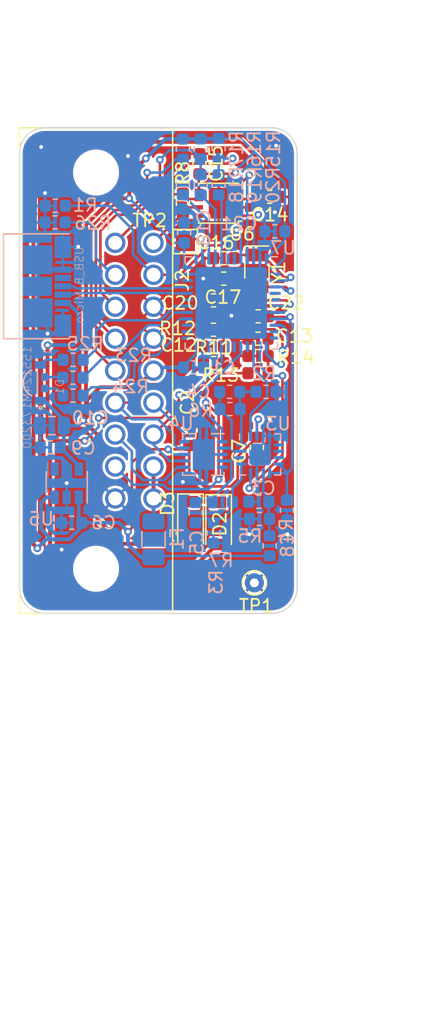
<source format=kicad_pcb>
(kicad_pcb (version 20171130) (host pcbnew "(5.1.4)-1")
  (layers (0 F.Cu signal) (31 B.Cu signal) (34 B.Paste user) (35 F.Paste user) (36 B.SilkS user) (37 F.SilkS user) (38 B.Mask user) (39 F.Mask user) (44 Edge.Cuts user))
  (net 0 "")
  (net 1 GND)
  (net 2 VREF)
  (net 3 VREFA)
  (net 4 VREFB)
  (net 5 3V3)
  (net 6 VIN)
  (net 7 VUSB)
  (net 8 /USB_N)
  (net 9 /USB_P)
  (net 10 BOOT0)
  (net 11 BUTTONDOWN)
  (net 12 BUTTONUP)
  (net 13 TTAIN)
  (net 14 TTBIN)
  (net 15 CANH)
  (net 16 CANL)
  (net 17 CANTX)
  (net 18 CANRX)
  (net 19 INTERSW)
  (net 20 DACOUTB)
  (net 21 DACOUTA)
  (net 22 TTBOUT)
  (net 23 TTAOUT)
  (net 24 "Net-(C3-Pad1)")
  (net 25 "Net-(C16-Pad2)")
  (net 26 "Net-(C17-Pad2)")
  (net 27 BUTTONMID)
  (net 28 /RST)
  (net 29 "Net-(C4-Pad2)")
  (net 30 "Net-(C5-Pad2)")
  (net 31 LED1)
  (net 32 LED2)
  (net 33 LED3)
  (net 34 "Net-(D1-Pad3)")
  (net 35 "Net-(D1-Pad2)")
  (net 36 "Net-(D1-Pad4)")
  (net 37 REGIN)
  (net 38 "Net-(C4-Pad1)")
  (net 39 "Net-(C5-Pad1)")
  (net 40 "Net-(TP2-Pad1)")
  (net 41 "Net-(J2-Pad14)")
  (net 42 "Net-(J2-Pad15)")
  (net 43 "Net-(J2-Pad16)")
  (net 44 "Net-(J2-Pad17)")
  (module TestPoint:TestPoint_Pad_1.5x1.5mm (layer F.Cu) (at 113 78.9)
    (fp_text reference TP2 (at -2.8 -1.648) (layer F.SilkS))
    (fp_text value TestPoint)
    (pad 1 smd rect (at 0 0) (size 1.5 1.5) (layers F.Cu F.Mask) (net 40 "Net-(TP2-Pad1)"))
  )
  (module Connector_JAE:MX23A18NF1 (layer F.Cu) (at 110.5 89 270)
    (fp_text reference J2 (at -7.05 -2.25 90) (layer F.SilkS))
    (fp_text value Conn_02x09_Top_Bottom)
    (pad "" np_thru_hole circle (at -15.5 4.5 270) (size 3.2 3.2) (drill 3.2) (layers *.Cu *.Mask))
    (pad "" np_thru_hole circle (at 15.5 4.5 270) (size 3.2 3.2) (drill 3.2) (layers *.Cu *.Mask))
    (pad 18 thru_hole circle (at -10 3 270) (size 1.6 1.6) (drill 1.1) (layers *.Cu *.Mask) (net 16 CANL))
    (pad 17 thru_hole circle (at -7.5 3 270) (size 1.6 1.6) (drill 1.1) (layers *.Cu *.Mask) (net 44 "Net-(J2-Pad17)"))
    (pad 16 thru_hole circle (at -5 3 270) (size 1.6 1.6) (drill 1.1) (layers *.Cu *.Mask) (net 43 "Net-(J2-Pad16)"))
    (pad 15 thru_hole circle (at -2.5 3 270) (size 1.6 1.6) (drill 1.1) (layers *.Cu *.Mask) (net 42 "Net-(J2-Pad15)"))
    (pad 14 thru_hole circle (at 0 3 270) (size 1.6 1.6) (drill 1.1) (layers *.Cu *.Mask) (net 41 "Net-(J2-Pad14)"))
    (pad 13 thru_hole circle (at 2.5 3 270) (size 1.6 1.6) (drill 1.1) (layers *.Cu *.Mask) (net 13 TTAIN))
    (pad 12 thru_hole circle (at 5 3 270) (size 1.6 1.6) (drill 1.1) (layers *.Cu *.Mask) (net 22 TTBOUT))
    (pad 11 thru_hole circle (at 7.5 3 270) (size 1.6 1.6) (drill 1.1) (layers *.Cu *.Mask) (net 19 INTERSW))
    (pad 9 thru_hole circle (at -10 0 270) (size 1.6 1.6) (drill 1.1) (layers *.Cu *.Mask) (net 15 CANH))
    (pad 8 thru_hole circle (at -7.5 0 270) (size 1.6 1.6) (drill 1.1) (layers *.Cu *.Mask) (net 10 BOOT0))
    (pad 7 thru_hole circle (at -5 0 270) (size 1.6 1.6) (drill 1.1) (layers *.Cu *.Mask) (net 1 GND))
    (pad 6 thru_hole circle (at -2.5 0 270) (size 1.6 1.6) (drill 1.1) (layers *.Cu *.Mask) (net 1 GND))
    (pad 5 thru_hole circle (at 0 0 270) (size 1.6 1.6) (drill 1.1) (layers *.Cu *.Mask) (net 5 3V3))
    (pad 4 thru_hole circle (at 2.5 0 270) (size 1.6 1.6) (drill 1.1) (layers *.Cu *.Mask) (net 23 TTAOUT))
    (pad 3 thru_hole circle (at 5 0 270) (size 1.6 1.6) (drill 1.1) (layers *.Cu *.Mask) (net 14 TTBIN))
    (pad 2 thru_hole circle (at 7.5 0 270) (size 1.6 1.6) (drill 1.1) (layers *.Cu *.Mask) (net 6 VIN))
    (pad 10 thru_hole circle (at 10 3 270) (size 1.6 1.6) (drill 1.1) (layers *.Cu *.Mask) (net 1 GND))
    (pad 1 thru_hole circle (at 10 0 270) (size 1.6 1.6) (drill 1.1) (layers *.Cu *.Mask) (net 6 VIN))
  )
  (module Resistor_SMD:R_0603_1608Metric (layer F.Cu) (at 112.8 75.9 270)
    (fp_text reference R8 (at -2.35 0 90) (layer F.SilkS))
    (fp_text value 120)
    (pad 2 smd roundrect (at 0.7875 0 270) (size 0.875 0.95) (layers F.Cu F.Paste F.Mask) (net 15 CANH))
    (pad 1 smd roundrect (at -0.7875 0 270) (size 0.875 0.95) (layers F.Cu F.Paste F.Mask) (net 16 CANL))
  )
  (module TestPoint:TestPoint_THTPad_D1.5mm_Drill0.7mm (layer F.Cu) (at 118.4 105.6)
    (fp_text reference TP1 (at 0.15 1.8) (layer F.SilkS))
    (fp_text value TestPoint)
    (pad 1 thru_hole circle (at 0 0) (size 1.5 1.5) (drill 0.7) (layers *.Cu *.Mask) (net 1 GND))
  )
  (module Diode_SMD:D_SOD-123 (layer F.Cu) (at 113.4 100.9 270)
    (fp_text reference D3 (at -1.5 1.8 90) (layer F.SilkS))
    (fp_text value D_Schottky_Small)
    (pad 2 smd rect (at 1.65 0 270) (size 0.9 1.2) (layers F.Cu F.Paste F.Mask) (net 5 3V3))
    (pad 1 smd rect (at -1.65 0 270) (size 0.9 1.2) (layers F.Cu F.Paste F.Mask) (net 6 VIN))
  )
  (module VeridianDesigns:LED_155124M173200 (layer B.Cu) (at 101.65 89.95 90)
    (fp_text reference D1 (at -0.324828 1.50837 90) (layer B.SilkS) (effects (font (size 0.640835 0.640835) (thickness 0.05)) (justify mirror)))
    (fp_text value 155124M173200 (at -1.15 -1.05 90) (layer B.SilkS) (effects (font (size 0.640639 0.640639) (thickness 0.05)) (justify mirror)))
    (pad 3 smd rect (at 0.45 0.325 90) (size 0.6 0.55) (layers B.Cu B.Paste B.Mask) (net 34 "Net-(D1-Pad3)"))
    (pad 2 smd rect (at -0.45 0.325 90) (size 0.6 0.55) (layers B.Cu B.Paste B.Mask) (net 35 "Net-(D1-Pad2)"))
    (pad 4 smd rect (at 1.4 0 90) (size 0.6 0.9) (layers B.Cu B.Paste B.Mask) (net 36 "Net-(D1-Pad4)"))
    (pad 1 smd rect (at -1.4 0 90) (size 0.6 0.9) (layers B.Cu B.Paste B.Mask) (net 5 3V3))
  )
  (module Capacitor_SMD:C_0603_1608Metric (layer B.Cu) (at 113.6375 88.75)
    (fp_text reference C1 (at 2.3125 0 180) (layer B.SilkS) (effects (justify mirror)))
    (fp_text value 0.1uF)
    (pad 2 smd roundrect (at 0.7875 0) (size 0.875 0.95) (layers B.Cu B.Paste B.Mask) (net 1 GND))
    (pad 1 smd roundrect (at -0.7875 0) (size 0.875 0.95) (layers B.Cu B.Paste B.Mask) (net 5 3V3))
  )
  (module Resistor_SMD:R_0603_1608Metric (layer B.Cu) (at 104.2 88.15 180)
    (fp_text reference R25 (at -0.95 1.25) (layer B.SilkS) (effects (justify mirror)))
    (fp_text value 75)
    (pad 2 smd roundrect (at 0.7875 0 180) (size 0.875 0.95) (layers B.Cu B.Paste B.Mask) (net 36 "Net-(D1-Pad4)"))
    (pad 1 smd roundrect (at -0.7875 0 180) (size 0.875 0.95) (layers B.Cu B.Paste B.Mask) (net 33 LED3))
  )
  (module Resistor_SMD:R_0603_1608Metric (layer B.Cu) (at 104.2 90.95 180)
    (fp_text reference R24 (at -4.5 0.7) (layer B.SilkS) (effects (justify mirror)))
    (fp_text value 27)
    (pad 2 smd roundrect (at 0.7875 0 180) (size 0.875 0.95) (layers B.Cu B.Paste B.Mask) (net 35 "Net-(D1-Pad2)"))
    (pad 1 smd roundrect (at -0.7875 0 180) (size 0.875 0.95) (layers B.Cu B.Paste B.Mask) (net 31 LED1))
  )
  (module Resistor_SMD:R_0603_1608Metric (layer B.Cu) (at 104.1875 89.55 180)
    (fp_text reference R23 (at -4.7625 1.75) (layer B.SilkS) (effects (justify mirror)))
    (fp_text value 27)
    (pad 2 smd roundrect (at 0.7875 0 180) (size 0.875 0.95) (layers B.Cu B.Paste B.Mask) (net 34 "Net-(D1-Pad3)"))
    (pad 1 smd roundrect (at -0.7875 0 180) (size 0.875 0.95) (layers B.Cu B.Paste B.Mask) (net 32 LED2))
  )
  (module VeridianDesigns:CONN_2173157-3 (layer B.Cu) (at 103.4 82.4 90)
    (fp_text reference J1 (at -4.9 -1.2 270) (layer B.SilkS) (effects (font (size 0.630076 0.630076) (thickness 0.05)) (justify mirror)))
    (fp_text value USB_B_Micro (at 0.1 1.3 90) (layer B.SilkS) (effects (font (size 0.631169 0.631169) (thickness 0.05)) (justify mirror)))
    (pad 6 smd rect (at 2.075 -1.95 90) (size 2.25 2.3) (layers B.Cu B.Paste B.Mask) (net 1 GND))
    (pad 6 smd rect (at -2.075 -1.95 90) (size 2.25 2.3) (layers B.Cu B.Paste B.Mask) (net 1 GND))
    (pad 6 smd rect (at 3.075 0 90) (size 1.75 1.3) (layers B.Cu B.Paste B.Mask) (net 1 GND))
    (pad 6 smd rect (at -3.075 0 90) (size 1.75 1.3) (layers B.Cu B.Paste B.Mask) (net 1 GND))
    (pad 5 smd rect (at 1.3 0) (size 1.3 0.5) (layers B.Cu B.Paste B.Mask) (net 1 GND))
    (pad 4 smd rect (at 0.65 0) (size 1.3 0.5) (layers B.Cu B.Paste B.Mask))
    (pad 3 smd rect (at 0 0) (size 1.3 0.5) (layers B.Cu B.Paste B.Mask) (net 9 /USB_P))
    (pad 2 smd rect (at -0.65 0) (size 1.3 0.5) (layers B.Cu B.Paste B.Mask) (net 8 /USB_N))
    (pad 1 smd rect (at -1.3 0) (size 1.3 0.5) (layers B.Cu B.Paste B.Mask) (net 7 VUSB))
  )
  (module Capacitor_SMD:C_0603_1608Metric (layer F.Cu) (at 113.3 94.0625 270)
    (fp_text reference C2 (at -2.55 0.15 90) (layer F.SilkS))
    (fp_text value 0.1uF)
    (pad 2 smd roundrect (at 0.7875 0 270) (size 0.875 0.95) (layers F.Cu F.Paste F.Mask) (net 37 REGIN))
    (pad 1 smd roundrect (at -0.7875 0 270) (size 0.875 0.95) (layers F.Cu F.Paste F.Mask) (net 1 GND))
  )
  (module Capacitor_SMD:C_0603_1608Metric (layer B.Cu) (at 116.4625 90.658 180)
    (fp_text reference C4 (at 2.4625 0.008) (layer B.SilkS) (effects (justify mirror)))
    (fp_text value 10nF)
    (pad 2 smd roundrect (at 0.7875 0 180) (size 0.875 0.95) (layers B.Cu B.Paste B.Mask) (net 29 "Net-(C4-Pad2)"))
    (pad 1 smd roundrect (at -0.7875 0 180) (size 0.875 0.95) (layers B.Cu B.Paste B.Mask) (net 38 "Net-(C4-Pad1)"))
  )
  (module Capacitor_SMD:C_0603_1608Metric (layer B.Cu) (at 113.8 100.1125 90)
    (fp_text reference C5 (at -2.3375 0.1 270) (layer B.SilkS) (effects (justify mirror)))
    (fp_text value 10nF)
    (pad 2 smd roundrect (at 0.7875 0 90) (size 0.875 0.95) (layers B.Cu B.Paste B.Mask) (net 30 "Net-(C5-Pad2)"))
    (pad 1 smd roundrect (at -0.7875 0 90) (size 0.875 0.95) (layers B.Cu B.Paste B.Mask) (net 39 "Net-(C5-Pad1)"))
  )
  (module Capacitor_SMD:C_0603_1608Metric (layer B.Cu) (at 118.75 99.258 180)
    (fp_text reference C3 (at -0.35 1.058 180) (layer B.SilkS) (effects (justify mirror)))
    (fp_text value 0.1uF)
    (pad 2 smd roundrect (at 0.7875 0 180) (size 0.875 0.95) (layers B.Cu B.Paste B.Mask) (net 1 GND))
    (pad 1 smd roundrect (at -0.7875 0 180) (size 0.875 0.95) (layers B.Cu B.Paste B.Mask) (net 24 "Net-(C3-Pad1)"))
  )
  (module Resistor_SMD:R_0603_1608Metric (layer B.Cu) (at 115.6 74.4625 90)
    (fp_text reference R18 (at 0.0125 1.4 270) (layer B.SilkS) (effects (justify mirror)))
    (fp_text value 2.2k)
    (pad 2 smd roundrect (at 0.7875 0 90) (size 0.875 0.95) (layers B.Cu B.Paste B.Mask) (net 43 "Net-(J2-Pad16)"))
    (pad 1 smd roundrect (at -0.7875 0 90) (size 0.875 0.95) (layers B.Cu B.Paste B.Mask) (net 12 BUTTONUP))
  )
  (module Resistor_SMD:R_0603_1608Metric (layer B.Cu) (at 112.8 71.6625 90)
    (fp_text reference R17 (at 0 4.2 270) (layer B.SilkS) (effects (justify mirror)))
    (fp_text value 1k)
    (pad 2 smd roundrect (at 0.7875 0 90) (size 0.875 0.95) (layers B.Cu B.Paste B.Mask) (net 5 3V3))
    (pad 1 smd roundrect (at -0.7875 0 90) (size 0.875 0.95) (layers B.Cu B.Paste B.Mask) (net 41 "Net-(J2-Pad14)"))
  )
  (module Resistor_SMD:R_0603_1608Metric (layer B.Cu) (at 114.2 71.65 90)
    (fp_text reference R16 (at 0 4.2 270) (layer B.SilkS) (effects (justify mirror)))
    (fp_text value 1k)
    (pad 2 smd roundrect (at 0.7875 0 90) (size 0.875 0.95) (layers B.Cu B.Paste B.Mask) (net 5 3V3))
    (pad 1 smd roundrect (at -0.7875 0 90) (size 0.875 0.95) (layers B.Cu B.Paste B.Mask) (net 42 "Net-(J2-Pad15)"))
  )
  (module Resistor_SMD:R_0603_1608Metric (layer B.Cu) (at 112.8 74.4625 270)
    (fp_text reference R20 (at 0.0375 -7.05 90) (layer B.SilkS) (effects (justify mirror)))
    (fp_text value 2.2k)
    (pad 2 smd roundrect (at 0.7875 0 270) (size 0.875 0.95) (layers B.Cu B.Paste B.Mask) (net 11 BUTTONDOWN))
    (pad 1 smd roundrect (at -0.7875 0 270) (size 0.875 0.95) (layers B.Cu B.Paste B.Mask) (net 41 "Net-(J2-Pad14)"))
  )
  (module Capacitor_SMD:C_0603_1608Metric (layer F.Cu) (at 116.0125 80.2)
    (fp_text reference C16 (at -0.6125 -1.2 180) (layer F.SilkS))
    (fp_text value 8pF)
    (pad 2 smd roundrect (at 0.7875 0) (size 0.875 0.95) (layers F.Cu F.Paste F.Mask) (net 25 "Net-(C16-Pad2)"))
    (pad 1 smd roundrect (at -0.7875 0) (size 0.875 0.95) (layers F.Cu F.Paste F.Mask) (net 1 GND))
  )
  (module Resistor_SMD:R_0603_1608Metric (layer F.Cu) (at 115.2 85.8)
    (fp_text reference R12 (at -2.8125 -0.1) (layer F.SilkS))
    (fp_text value 10k)
    (pad 2 smd roundrect (at 0.7875 0) (size 0.875 0.95) (layers F.Cu F.Paste F.Mask) (net 3 VREFA))
    (pad 1 smd roundrect (at -0.7875 0) (size 0.875 0.95) (layers F.Cu F.Paste F.Mask) (net 1 GND))
  )
  (module Resistor_SMD:R_0603_1608Metric (layer F.Cu) (at 115.2 88.4 180)
    (fp_text reference R11 (at 0 1.2 180) (layer F.SilkS))
    (fp_text value 10k)
    (pad 2 smd roundrect (at 0.7875 0 180) (size 0.875 0.95) (layers F.Cu F.Paste F.Mask) (net 13 TTAIN))
    (pad 1 smd roundrect (at -0.7875 0 180) (size 0.875 0.95) (layers F.Cu F.Paste F.Mask) (net 3 VREFA))
  )
  (module Capacitor_SMD:C_0603_1608Metric (layer B.Cu) (at 112.9 78.2125 90)
    (fp_text reference C18 (at 0.3625 1.55 90) (layer B.SilkS) (effects (justify mirror)))
    (fp_text value 0.1uF)
    (pad 2 smd roundrect (at 0.7875 0 90) (size 0.875 0.95) (layers B.Cu B.Paste B.Mask) (net 1 GND))
    (pad 1 smd roundrect (at -0.7875 0 90) (size 0.875 0.95) (layers B.Cu B.Paste B.Mask) (net 5 3V3))
  )
  (module Resistor_SMD:R_0603_1608Metric (layer F.Cu) (at 118.6875 87.85)
    (fp_text reference R14 (at 2.9625 0.1) (layer F.SilkS))
    (fp_text value 10k)
    (pad 2 smd roundrect (at 0.7875 0) (size 0.875 0.95) (layers F.Cu F.Paste F.Mask) (net 4 VREFB))
    (pad 1 smd roundrect (at -0.7875 0) (size 0.875 0.95) (layers F.Cu F.Paste F.Mask) (net 1 GND))
  )
  (module Capacitor_SMD:C_0603_1608Metric (layer F.Cu) (at 118.7 84.75 180)
    (fp_text reference C22 (at -2.192031 1.06066 180) (layer F.SilkS))
    (fp_text value 10nF)
    (pad 2 smd roundrect (at 0.7875 0 180) (size 0.875 0.95) (layers F.Cu F.Paste F.Mask) (net 1 GND))
    (pad 1 smd roundrect (at -0.7875 0 180) (size 0.875 0.95) (layers F.Cu F.Paste F.Mask) (net 2 VREF))
  )
  (module Resistor_SMD:R_0603_1608Metric (layer B.Cu) (at 114.2 74.4625 270)
    (fp_text reference R19 (at -0.0125 -4.25 90) (layer B.SilkS) (effects (justify mirror)))
    (fp_text value 2.2k)
    (pad 2 smd roundrect (at 0.7875 0 270) (size 0.875 0.95) (layers B.Cu B.Paste B.Mask) (net 27 BUTTONMID))
    (pad 1 smd roundrect (at -0.7875 0 270) (size 0.875 0.95) (layers B.Cu B.Paste B.Mask) (net 42 "Net-(J2-Pad15)"))
  )
  (module Capacitor_SMD:C_0603_1608Metric (layer F.Cu) (at 119.6 75.4)
    (fp_text reference C14 (at 0.0125 1.4) (layer F.SilkS))
    (fp_text value 0.1uF)
    (pad 2 smd roundrect (at 0.7875 0) (size 0.875 0.95) (layers F.Cu F.Paste F.Mask) (net 1 GND))
    (pad 1 smd roundrect (at -0.7875 0) (size 0.875 0.95) (layers F.Cu F.Paste F.Mask) (net 37 REGIN))
  )
  (module Capacitor_SMD:C_0603_1608Metric (layer F.Cu) (at 116 81.8)
    (fp_text reference C17 (at -0.0625 1.45) (layer F.SilkS))
    (fp_text value 8pF)
    (pad 2 smd roundrect (at 0.7875 0) (size 0.875 0.95) (layers F.Cu F.Paste F.Mask) (net 26 "Net-(C17-Pad2)"))
    (pad 1 smd roundrect (at -0.7875 0) (size 0.875 0.95) (layers F.Cu F.Paste F.Mask) (net 1 GND))
  )
  (module Crystal:Crystal_SMD_G8-2Pin_3.2x1.5mm (layer F.Cu) (at 118.6 81.2 270)
    (fp_text reference Y1 (at 0.1 -1.7 270) (layer F.SilkS))
    (fp_text value 32.768)
    (pad 2 smd rect (at 1.25 0 270) (size 1 1.8) (layers F.Cu F.Paste F.Mask) (net 26 "Net-(C17-Pad2)"))
    (pad 1 smd rect (at -1.25 0 270) (size 1 1.8) (layers F.Cu F.Paste F.Mask) (net 25 "Net-(C16-Pad2)"))
  )
  (module Resistor_SMD:R_0603_1608Metric (layer F.Cu) (at 118.6875 89.2 180)
    (fp_text reference R13 (at 2.9125 -0.15 180) (layer F.SilkS))
    (fp_text value 10k)
    (pad 2 smd roundrect (at 0.7875 0 180) (size 0.875 0.95) (layers F.Cu F.Paste F.Mask) (net 14 TTBIN))
    (pad 1 smd roundrect (at -0.7875 0 180) (size 0.875 0.95) (layers F.Cu F.Paste F.Mask) (net 4 VREFB))
  )
  (module Capacitor_SMD:C_0805_2012Metric (layer B.Cu) (at 102.5375 93.3)
    (fp_text reference C10 (at 3.0125 -0.6) (layer B.SilkS) (effects (justify mirror)))
    (fp_text value 4.7uF)
    (pad 2 smd roundrect (at 0.9375 0) (size 0.975 1.4) (layers B.Cu B.Paste B.Mask) (net 5 3V3))
    (pad 1 smd roundrect (at -0.9375 0) (size 0.975 1.4) (layers B.Cu B.Paste B.Mask) (net 1 GND))
  )
  (module Capacitor_SMD:C_0603_1608Metric (layer B.Cu) (at 120 78.1 180)
    (fp_text reference C21 (at 2.8125 0.6) (layer B.SilkS) (effects (justify mirror)))
    (fp_text value 0.1uF)
    (pad 2 smd roundrect (at 0.7875 0 180) (size 0.875 0.95) (layers B.Cu B.Paste B.Mask) (net 1 GND))
    (pad 1 smd roundrect (at -0.7875 0 180) (size 0.875 0.95) (layers B.Cu B.Paste B.Mask) (net 5 3V3))
  )
  (module Capacitor_SMD:C_0603_1608Metric (layer F.Cu) (at 115.2 83.5 180)
    (fp_text reference C20 (at 2.616295 -0.212132) (layer F.SilkS))
    (fp_text value 0.1uF)
    (pad 2 smd roundrect (at 0.7875 0 180) (size 0.875 0.95) (layers F.Cu F.Paste F.Mask) (net 1 GND))
    (pad 1 smd roundrect (at -0.7875 0 180) (size 0.875 0.95) (layers F.Cu F.Paste F.Mask) (net 28 /RST))
  )
  (module Resistor_SMD:R_0603_1608Metric (layer B.Cu) (at 115.6 71.6125 90)
    (fp_text reference R15 (at -0.0375 4.3 270) (layer B.SilkS) (effects (justify mirror)))
    (fp_text value 1k)
    (pad 2 smd roundrect (at 0.7875 0 90) (size 0.875 0.95) (layers B.Cu B.Paste B.Mask) (net 5 3V3))
    (pad 1 smd roundrect (at -0.7875 0 90) (size 0.875 0.95) (layers B.Cu B.Paste B.Mask) (net 43 "Net-(J2-Pad16)"))
  )
  (module Package_DFN_QFN:QFN-48-1EP_7x7mm_P0.5mm_EP5.6x5.6mm (layer B.Cu) (at 116.5875 83.7 180)
    (fp_text reference U7 (at -4.0625 4.3 180) (layer B.SilkS) (effects (justify mirror)))
    (fp_text value STM32L433CCUx)
    (pad 48 smd roundrect (at -2.75 3.4375 180) (size 0.25 0.875) (layers B.Cu B.Paste B.Mask) (net 5 3V3))
    (pad 47 smd roundrect (at -2.25 3.4375 180) (size 0.25 0.875) (layers B.Cu B.Paste B.Mask) (net 1 GND))
    (pad 46 smd roundrect (at -1.75 3.4375 180) (size 0.25 0.875) (layers B.Cu B.Paste B.Mask) (net 17 CANTX))
    (pad 45 smd roundrect (at -1.25 3.4375 180) (size 0.25 0.875) (layers B.Cu B.Paste B.Mask) (net 18 CANRX))
    (pad 44 smd roundrect (at -0.75 3.4375 180) (size 0.25 0.875) (layers B.Cu B.Paste B.Mask) (net 10 BOOT0))
    (pad 43 smd roundrect (at -0.25 3.4375 180) (size 0.25 0.875) (layers B.Cu B.Paste B.Mask))
    (pad 42 smd roundrect (at 0.25 3.4375 180) (size 0.25 0.875) (layers B.Cu B.Paste B.Mask))
    (pad 41 smd roundrect (at 0.75 3.4375 180) (size 0.25 0.875) (layers B.Cu B.Paste B.Mask) (net 12 BUTTONUP))
    (pad 40 smd roundrect (at 1.25 3.4375 180) (size 0.25 0.875) (layers B.Cu B.Paste B.Mask) (net 27 BUTTONMID))
    (pad 39 smd roundrect (at 1.75 3.4375 180) (size 0.25 0.875) (layers B.Cu B.Paste B.Mask) (net 11 BUTTONDOWN))
    (pad 38 smd roundrect (at 2.25 3.4375 180) (size 0.25 0.875) (layers B.Cu B.Paste B.Mask) (net 40 "Net-(TP2-Pad1)"))
    (pad 37 smd roundrect (at 2.75 3.4375 180) (size 0.25 0.875) (layers B.Cu B.Paste B.Mask))
    (pad 36 smd roundrect (at 3.4375 2.75 180) (size 0.875 0.25) (layers B.Cu B.Paste B.Mask) (net 5 3V3))
    (pad 35 smd roundrect (at 3.4375 2.25 180) (size 0.875 0.25) (layers B.Cu B.Paste B.Mask) (net 1 GND))
    (pad 34 smd roundrect (at 3.4375 1.75 180) (size 0.875 0.25) (layers B.Cu B.Paste B.Mask))
    (pad 33 smd roundrect (at 3.4375 1.25 180) (size 0.875 0.25) (layers B.Cu B.Paste B.Mask) (net 9 /USB_P))
    (pad 32 smd roundrect (at 3.4375 0.75 180) (size 0.875 0.25) (layers B.Cu B.Paste B.Mask) (net 8 /USB_N))
    (pad 31 smd roundrect (at 3.4375 0.25 180) (size 0.875 0.25) (layers B.Cu B.Paste B.Mask))
    (pad 30 smd roundrect (at 3.4375 -0.25 180) (size 0.875 0.25) (layers B.Cu B.Paste B.Mask) (net 33 LED3))
    (pad 29 smd roundrect (at 3.4375 -0.75 180) (size 0.875 0.25) (layers B.Cu B.Paste B.Mask) (net 32 LED2))
    (pad 28 smd roundrect (at 3.4375 -1.25 180) (size 0.875 0.25) (layers B.Cu B.Paste B.Mask) (net 31 LED1))
    (pad 27 smd roundrect (at 3.4375 -1.75 180) (size 0.875 0.25) (layers B.Cu B.Paste B.Mask))
    (pad 26 smd roundrect (at 3.4375 -2.25 180) (size 0.875 0.25) (layers B.Cu B.Paste B.Mask))
    (pad 25 smd roundrect (at 3.4375 -2.75 180) (size 0.875 0.25) (layers B.Cu B.Paste B.Mask))
    (pad 24 smd roundrect (at 2.75 -3.4375 180) (size 0.25 0.875) (layers B.Cu B.Paste B.Mask) (net 5 3V3))
    (pad 23 smd roundrect (at 2.25 -3.4375 180) (size 0.25 0.875) (layers B.Cu B.Paste B.Mask) (net 1 GND))
    (pad 22 smd roundrect (at 1.75 -3.4375 180) (size 0.25 0.875) (layers B.Cu B.Paste B.Mask))
    (pad 21 smd roundrect (at 1.25 -3.4375 180) (size 0.25 0.875) (layers B.Cu B.Paste B.Mask))
    (pad 20 smd roundrect (at 0.75 -3.4375 180) (size 0.25 0.875) (layers B.Cu B.Paste B.Mask) (net 7 VUSB))
    (pad 19 smd roundrect (at 0.25 -3.4375 180) (size 0.25 0.875) (layers B.Cu B.Paste B.Mask))
    (pad 18 smd roundrect (at -0.25 -3.4375 180) (size 0.25 0.875) (layers B.Cu B.Paste B.Mask))
    (pad 17 smd roundrect (at -0.75 -3.4375 180) (size 0.25 0.875) (layers B.Cu B.Paste B.Mask) (net 19 INTERSW))
    (pad 16 smd roundrect (at -1.25 -3.4375 180) (size 0.25 0.875) (layers B.Cu B.Paste B.Mask))
    (pad 15 smd roundrect (at -1.75 -3.4375 180) (size 0.25 0.875) (layers B.Cu B.Paste B.Mask) (net 21 DACOUTA))
    (pad 14 smd roundrect (at -2.25 -3.4375 180) (size 0.25 0.875) (layers B.Cu B.Paste B.Mask) (net 20 DACOUTB))
    (pad 13 smd roundrect (at -2.75 -3.4375 180) (size 0.25 0.875) (layers B.Cu B.Paste B.Mask) (net 4 VREFB))
    (pad 12 smd roundrect (at -3.4375 -2.75 180) (size 0.875 0.25) (layers B.Cu B.Paste B.Mask))
    (pad 11 smd roundrect (at -3.4375 -2.25 180) (size 0.875 0.25) (layers B.Cu B.Paste B.Mask))
    (pad 10 smd roundrect (at -3.4375 -1.75 180) (size 0.875 0.25) (layers B.Cu B.Paste B.Mask) (net 3 VREFA))
    (pad 9 smd roundrect (at -3.4375 -1.25 180) (size 0.875 0.25) (layers B.Cu B.Paste B.Mask) (net 2 VREF))
    (pad 8 smd roundrect (at -3.4375 -0.75 180) (size 0.875 0.25) (layers B.Cu B.Paste B.Mask) (net 1 GND))
    (pad 7 smd roundrect (at -3.4375 -0.25 180) (size 0.875 0.25) (layers B.Cu B.Paste B.Mask) (net 28 /RST))
    (pad 6 smd roundrect (at -3.4375 0.25 180) (size 0.875 0.25) (layers B.Cu B.Paste B.Mask))
    (pad 5 smd roundrect (at -3.4375 0.75 180) (size 0.875 0.25) (layers B.Cu B.Paste B.Mask))
    (pad 4 smd roundrect (at -3.4375 1.25 180) (size 0.875 0.25) (layers B.Cu B.Paste B.Mask) (net 26 "Net-(C17-Pad2)"))
    (pad 3 smd roundrect (at -3.4375 1.75 180) (size 0.875 0.25) (layers B.Cu B.Paste B.Mask) (net 25 "Net-(C16-Pad2)"))
    (pad 2 smd roundrect (at -3.4375 2.25 180) (size 0.875 0.25) (layers B.Cu B.Paste B.Mask))
    (pad 1 smd roundrect (at -3.4375 2.75 180) (size 0.875 0.25) (layers B.Cu B.Paste B.Mask) (net 5 3V3))
    (pad 49 smd roundrect (at 0 0 180) (size 5.6 5.6) (layers B.Cu B.Mask) (roundrect_rratio 0.044643) (net 1 GND))
  )
  (module Package_DFN_QFN:QFN-16-1EP_3x3mm_P0.5mm_EP1.7x1.7mm (layer B.Cu) (at 118.85 95.558 270)
    (fp_text reference U3 (at -2.408 -1.4) (layer B.SilkS) (effects (justify mirror)))
    (fp_text value TLV9064IRTER)
    (pad 16 smd roundrect (at -0.75 1.4625 270) (size 0.25 0.825) (layers B.Cu B.Paste B.Mask) (net 38 "Net-(C4-Pad1)"))
    (pad 15 smd roundrect (at -0.25 1.4625 270) (size 0.25 0.825) (layers B.Cu B.Paste B.Mask) (net 29 "Net-(C4-Pad2)"))
    (pad 14 smd roundrect (at 0.25 1.4625 270) (size 0.25 0.825) (layers B.Cu B.Paste B.Mask) (net 30 "Net-(C5-Pad2)"))
    (pad 13 smd roundrect (at 0.75 1.4625 270) (size 0.25 0.825) (layers B.Cu B.Paste B.Mask) (net 39 "Net-(C5-Pad1)"))
    (pad 12 smd roundrect (at 1.4625 0.75 270) (size 0.825 0.25) (layers B.Cu B.Paste B.Mask) (net 20 DACOUTB))
    (pad 11 smd roundrect (at 1.4625 0.25 270) (size 0.825 0.25) (layers B.Cu B.Paste B.Mask) (net 1 GND))
    (pad 10 smd roundrect (at 1.4625 -0.25 270) (size 0.825 0.25) (layers B.Cu B.Paste B.Mask) (net 24 "Net-(C3-Pad1)"))
    (pad 9 smd roundrect (at 1.4625 -0.75 270) (size 0.825 0.25) (layers B.Cu B.Paste B.Mask) (net 2 VREF))
    (pad 8 smd roundrect (at 0.75 -1.4625 270) (size 0.25 0.825) (layers B.Cu B.Paste B.Mask) (net 2 VREF))
    (pad 7 smd roundrect (at 0.25 -1.4625 270) (size 0.25 0.825) (layers B.Cu B.Paste B.Mask))
    (pad 6 smd roundrect (at -0.25 -1.4625 270) (size 0.25 0.825) (layers B.Cu B.Paste B.Mask))
    (pad 5 smd roundrect (at -0.75 -1.4625 270) (size 0.25 0.825) (layers B.Cu B.Paste B.Mask))
    (pad 4 smd roundrect (at -1.4625 -0.75 270) (size 0.825 0.25) (layers B.Cu B.Paste B.Mask) (net 1 GND))
    (pad 3 smd roundrect (at -1.4625 -0.25 270) (size 0.825 0.25) (layers B.Cu B.Paste B.Mask) (net 1 GND))
    (pad 2 smd roundrect (at -1.4625 0.25 270) (size 0.825 0.25) (layers B.Cu B.Paste B.Mask) (net 37 REGIN))
    (pad 1 smd roundrect (at -1.4625 0.75 270) (size 0.825 0.25) (layers B.Cu B.Paste B.Mask) (net 21 DACOUTA))
    (pad 17 smd roundrect (at 0 0 270) (size 1.7 1.7) (layers B.Cu B.Mask) (roundrect_rratio 0.147059) (net 1 GND))
  )
  (module Resistor_SMD:R_0603_1608Metric (layer B.Cu) (at 102.7875 77.4 180)
    (fp_text reference R26 (at -2.9625 -0.05) (layer B.SilkS) (effects (justify mirror)))
    (fp_text value 1k)
    (pad 2 smd roundrect (at 0.7875 0 180) (size 0.875 0.95) (layers B.Cu B.Paste B.Mask) (net 1 GND))
    (pad 1 smd roundrect (at -0.7875 0 180) (size 0.875 0.95) (layers B.Cu B.Paste B.Mask) (net 44 "Net-(J2-Pad17)"))
  )
  (module Package_DFN_QFN:DFN-8-1EP_3x3mm_P0.65mm_EP1.55x2.4mm (layer F.Cu) (at 115.6 75.9 180)
    (fp_text reference U6 (at -1.85 -2.4) (layer F.SilkS))
    (fp_text value MCP2562-E-MF)
    (pad 9 smd rect (at 0 0 180) (size 1.55 2.4) (layers F.Cu F.Mask) (net 1 GND))
    (pad 8 smd rect (at 1.55 -0.975 180) (size 0.65 0.35) (layers F.Cu F.Paste F.Mask) (net 1 GND))
    (pad 7 smd rect (at 1.55 -0.325 180) (size 0.65 0.35) (layers F.Cu F.Paste F.Mask) (net 15 CANH))
    (pad 6 smd rect (at 1.55 0.325 180) (size 0.65 0.35) (layers F.Cu F.Paste F.Mask) (net 16 CANL))
    (pad 5 smd rect (at 1.55 0.975 180) (size 0.65 0.35) (layers F.Cu F.Paste F.Mask) (net 5 3V3))
    (pad 4 smd rect (at -1.55 0.975 180) (size 0.65 0.35) (layers F.Cu F.Paste F.Mask) (net 18 CANRX))
    (pad 3 smd rect (at -1.55 0.325 180) (size 0.65 0.35) (layers F.Cu F.Paste F.Mask) (net 37 REGIN))
    (pad 2 smd rect (at -1.55 -0.325 180) (size 0.65 0.35) (layers F.Cu F.Paste F.Mask) (net 1 GND))
    (pad 1 smd rect (at -1.55 -0.975 180) (size 0.65 0.35) (layers F.Cu F.Paste F.Mask) (net 17 CANTX))
  )
  (module Package_SON:Texas_S-PVSON-N10 (layer B.Cu) (at 114.4 95.558 180)
    (fp_text reference U4 (at 1.75 2.408) (layer B.SilkS) (effects (justify mirror)))
    (fp_text value TS5A23157RSER)
    (pad 10 smd oval (at 1.475 1 180) (size 0.85 0.28) (layers B.Cu B.Paste B.Mask) (net 23 TTAOUT))
    (pad 9 smd oval (at 1.475 0.5 180) (size 0.85 0.28) (layers B.Cu B.Paste B.Mask) (net 13 TTAIN))
    (pad 8 smd oval (at 1.475 0 180) (size 0.85 0.28) (layers B.Cu B.Paste B.Mask) (net 37 REGIN))
    (pad 7 smd rect (at 1.76 -0.5 180) (size 0.28 0.28) (layers B.Cu B.Paste B.Mask) (net 14 TTBIN))
    (pad 6 smd rect (at 1.76 -1 180) (size 0.28 0.28) (layers B.Cu B.Paste B.Mask) (net 22 TTBOUT))
    (pad 5 smd oval (at -1.475 -1 180) (size 0.85 0.28) (layers B.Cu B.Paste B.Mask) (net 19 INTERSW))
    (pad 4 smd rect (at -1.76 -0.5 180) (size 0.28 0.28) (layers B.Cu B.Paste B.Mask) (net 30 "Net-(C5-Pad2)"))
    (pad 3 smd oval (at -1.475 0 180) (size 0.85 0.28) (layers B.Cu B.Paste B.Mask) (net 1 GND))
    (pad 2 smd rect (at -1.76 0.5 180) (size 0.28 0.28) (layers B.Cu B.Paste B.Mask) (net 29 "Net-(C4-Pad2)"))
    (pad 1 smd rect (at -1.76 1 180) (size 0.28 0.28) (layers B.Cu B.Paste B.Mask) (net 19 INTERSW))
    (pad 11 smd rect (at 0 0 180) (size 1.65 2.4) (layers B.Cu B.Mask) (net 1 GND))
    (pad 11 smd rect (at 0.45 -0.635 180) (size 0.68 1.05) (layers B.Cu B.Paste B.Mask) (net 1 GND))
    (pad 11 smd rect (at -0.45 -0.635 180) (size 0.68 1.05) (layers B.Cu B.Paste B.Mask) (net 1 GND))
    (pad 11 smd rect (at 0.45 0.635 180) (size 0.68 1.05) (layers B.Cu B.Paste B.Mask) (net 1 GND))
    (pad 11 smd rect (at 0.25 -1.63 180) (size 0.26 0.5) (layers B.Cu B.Paste B.Mask) (net 1 GND))
    (pad 11 smd rect (at -0.25 -1.63 180) (size 0.26 0.5) (layers B.Cu B.Paste B.Mask) (net 1 GND))
    (pad 11 smd rect (at 0.25 1.63 180) (size 0.26 0.5) (layers B.Cu B.Paste B.Mask) (net 1 GND))
    (pad 11 smd rect (at 0.25 -1.55 180) (size 0.28 0.7) (layers B.Cu B.Mask) (net 1 GND))
    (pad 11 smd rect (at -0.25 -1.55 180) (size 0.28 0.7) (layers B.Cu B.Mask) (net 1 GND))
    (pad 11 smd rect (at 0.25 1.55 180) (size 0.28 0.7) (layers B.Cu B.Mask) (net 1 GND))
    (pad 11 smd rect (at -0.25 1.63 180) (size 0.26 0.5) (layers B.Cu B.Paste B.Mask) (net 1 GND))
    (pad 11 smd rect (at -0.25 1.55 180) (size 0.28 0.7) (layers B.Cu B.Mask) (net 1 GND))
    (pad 11 smd rect (at -0.45 0.635 180) (size 0.68 1.05) (layers B.Cu B.Paste B.Mask) (net 1 GND))
    (pad 10 smd rect (at 1.76 1 180) (size 0.28 0.28) (layers B.Cu B.Paste B.Mask) (net 23 TTAOUT))
    (pad 9 smd rect (at 1.76 0.5 180) (size 0.28 0.28) (layers B.Cu B.Paste B.Mask) (net 13 TTAIN))
    (pad 8 smd rect (at 1.76 0 180) (size 0.28 0.28) (layers B.Cu B.Paste B.Mask) (net 37 REGIN))
    (pad 7 smd oval (at 1.475 -0.5 180) (size 0.85 0.28) (layers B.Cu B.Paste B.Mask) (net 14 TTBIN))
    (pad 6 smd oval (at 1.475 -1 180) (size 0.85 0.28) (layers B.Cu B.Paste B.Mask) (net 22 TTBOUT))
    (pad 5 smd rect (at -1.76 -1 180) (size 0.28 0.28) (layers B.Cu B.Paste B.Mask) (net 19 INTERSW))
    (pad 4 smd oval (at -1.475 -0.5 180) (size 0.85 0.28) (layers B.Cu B.Paste B.Mask) (net 30 "Net-(C5-Pad2)"))
    (pad 3 smd rect (at -1.76 0 180) (size 0.28 0.28) (layers B.Cu B.Paste B.Mask) (net 1 GND))
    (pad 2 smd oval (at -1.475 0.5 180) (size 0.85 0.28) (layers B.Cu B.Paste B.Mask) (net 29 "Net-(C4-Pad2)"))
    (pad 1 smd oval (at -1.475 1 180) (size 0.85 0.28) (layers B.Cu B.Paste B.Mask) (net 19 INTERSW))
  )
  (module Capacitor_SMD:C_0603_1608Metric (layer F.Cu) (at 114.1 72.8125 90)
    (fp_text reference C15 (at 0.0125 1.3 270) (layer F.SilkS))
    (fp_text value 0.1uF)
    (pad 2 smd roundrect (at 0.7875 0 90) (size 0.875 0.95) (layers F.Cu F.Paste F.Mask) (net 1 GND))
    (pad 1 smd roundrect (at -0.7875 0 90) (size 0.875 0.95) (layers F.Cu F.Paste F.Mask) (net 5 3V3))
  )
  (module Capacitor_SMD:C_0603_1608Metric (layer B.Cu) (at 102.4125 95)
    (fp_text reference C9 (at 2.5875 0.05 180) (layer B.SilkS) (effects (justify mirror)))
    (fp_text value 0.1uF)
    (pad 2 smd roundrect (at 0.7875 0) (size 0.875 0.95) (layers B.Cu B.Paste B.Mask) (net 5 3V3))
    (pad 1 smd roundrect (at -0.7875 0) (size 0.875 0.95) (layers B.Cu B.Paste B.Mask) (net 1 GND))
  )
  (module Capacitor_SMD:C_0603_1608Metric (layer F.Cu) (at 115.1875 87.1 180)
    (fp_text reference C12 (at 2.7125 0.1 180) (layer F.SilkS))
    (fp_text value 10nF)
    (pad 2 smd roundrect (at 0.7875 0 180) (size 0.875 0.95) (layers F.Cu F.Paste F.Mask) (net 1 GND))
    (pad 1 smd roundrect (at -0.7875 0 180) (size 0.875 0.95) (layers F.Cu F.Paste F.Mask) (net 3 VREFA))
  )
  (module Capacitor_SMD:C_0603_1608Metric (layer B.Cu) (at 120.95 99.9205 270)
    (fp_text reference C8 (at 2.7295 -0.05 90) (layer B.SilkS) (effects (justify mirror)))
    (fp_text value 1uF)
    (pad 2 smd roundrect (at 0.7875 0 270) (size 0.875 0.95) (layers B.Cu B.Paste B.Mask) (net 1 GND))
    (pad 1 smd roundrect (at -0.7875 0 270) (size 0.875 0.95) (layers B.Cu B.Paste B.Mask) (net 2 VREF))
  )
  (module Capacitor_SMD:C_0603_1608Metric (layer B.Cu) (at 104.0875 100.9)
    (fp_text reference C6 (at 2.5 0 180) (layer B.SilkS) (effects (justify mirror)))
    (fp_text value 1uF)
    (pad 2 smd roundrect (at 0.7875 0) (size 0.875 0.95) (layers B.Cu B.Paste B.Mask) (net 37 REGIN))
    (pad 1 smd roundrect (at -0.7875 0) (size 0.875 0.95) (layers B.Cu B.Paste B.Mask) (net 1 GND))
  )
  (module Capacitor_SMD:C_0603_1608Metric (layer F.Cu) (at 118.6 95 90)
    (fp_text reference C7 (at -0.3 -1.4 270) (layer F.SilkS))
    (fp_text value 0.1uF)
    (pad 2 smd roundrect (at 0.7875 0 90) (size 0.875 0.95) (layers F.Cu F.Paste F.Mask) (net 37 REGIN))
    (pad 1 smd roundrect (at -0.7875 0 90) (size 0.875 0.95) (layers F.Cu F.Paste F.Mask) (net 1 GND))
  )
  (module Resistor_SMD:R_0603_1608Metric (layer B.Cu) (at 115.9 99.3 180)
    (fp_text reference R7 (at 0.1 -4.55) (layer B.SilkS) (effects (justify mirror)))
    (fp_text value 10k)
    (pad 2 smd roundrect (at 0.7875 0 180) (size 0.875 0.95) (layers B.Cu B.Paste B.Mask) (net 30 "Net-(C5-Pad2)"))
    (pad 1 smd roundrect (at -0.7875 0 180) (size 0.875 0.95) (layers B.Cu B.Paste B.Mask) (net 39 "Net-(C5-Pad1)"))
  )
  (module Resistor_SMD:R_0603_1608Metric (layer B.Cu) (at 115.2 101.7 90)
    (fp_text reference R3 (at -3.85 0.2 90) (layer B.SilkS) (effects (justify mirror)))
    (fp_text value 10k)
    (pad 2 smd roundrect (at 0.7875 0 90) (size 0.875 0.95) (layers B.Cu B.Paste B.Mask) (net 39 "Net-(C5-Pad1)"))
    (pad 1 smd roundrect (at -0.7875 0 90) (size 0.875 0.95) (layers B.Cu B.Paste B.Mask) (net 1 GND))
  )
  (module Resistor_SMD:R_0603_1608Metric (layer B.Cu) (at 119.6 102.708 270)
    (fp_text reference R4 (at -1.2 -1.3 270) (layer B.SilkS) (effects (justify mirror)))
    (fp_text value 10k)
    (pad 2 smd roundrect (at 0.7875 0 270) (size 0.875 0.95) (layers B.Cu B.Paste B.Mask) (net 37 REGIN))
    (pad 1 smd roundrect (at -0.7875 0 270) (size 0.875 0.95) (layers B.Cu B.Paste B.Mask) (net 24 "Net-(C3-Pad1)"))
  )
  (module Resistor_SMD:R_0603_1608Metric (layer B.Cu) (at 118.8 100.6)
    (fp_text reference R5 (at -0.75 1.35) (layer B.SilkS) (effects (justify mirror)))
    (fp_text value 10k)
    (pad 2 smd roundrect (at 0.7875 0) (size 0.875 0.95) (layers B.Cu B.Paste B.Mask) (net 24 "Net-(C3-Pad1)"))
    (pad 1 smd roundrect (at -0.7875 0) (size 0.875 0.95) (layers B.Cu B.Paste B.Mask) (net 1 GND))
  )
  (module Capacitor_SMD:C_0603_1608Metric (layer F.Cu) (at 118.6875 86.5 180)
    (fp_text reference C13 (at -2.85 0.2 180) (layer F.SilkS))
    (fp_text value 10nF)
    (pad 2 smd roundrect (at 0.7875 0 180) (size 0.875 0.95) (layers F.Cu F.Paste F.Mask) (net 1 GND))
    (pad 1 smd roundrect (at -0.7875 0 180) (size 0.875 0.95) (layers F.Cu F.Paste F.Mask) (net 4 VREFB))
  )
  (module Resistor_SMD:R_0603_1608Metric (layer B.Cu) (at 119.3125 90.658 180)
    (fp_text reference R2 (at 0.1625 1.458) (layer B.SilkS) (effects (justify mirror)))
    (fp_text value 10k)
    (pad 2 smd roundrect (at 0.7875 0 180) (size 0.875 0.95) (layers B.Cu B.Paste B.Mask) (net 38 "Net-(C4-Pad1)"))
    (pad 1 smd roundrect (at -0.7875 0 180) (size 0.875 0.95) (layers B.Cu B.Paste B.Mask) (net 1 GND))
  )
  (module Resistor_SMD:R_0603_1608Metric (layer B.Cu) (at 102.8 76.1)
    (fp_text reference R1 (at 2.35 -0.05 180) (layer B.SilkS) (effects (justify mirror)))
    (fp_text value 10k)
    (pad 2 smd roundrect (at 0.7875 0) (size 0.875 0.95) (layers B.Cu B.Paste B.Mask) (net 10 BOOT0))
    (pad 1 smd roundrect (at -0.7875 0) (size 0.875 0.95) (layers B.Cu B.Paste B.Mask) (net 1 GND))
  )
  (module Resistor_SMD:R_0603_1608Metric (layer B.Cu) (at 116.4875 92.008)
    (fp_text reference R6 (at -2.2875 0.092 180) (layer B.SilkS) (effects (justify mirror)))
    (fp_text value 10k)
    (pad 2 smd roundrect (at 0.7875 0) (size 0.875 0.95) (layers B.Cu B.Paste B.Mask) (net 38 "Net-(C4-Pad1)"))
    (pad 1 smd roundrect (at -0.7875 0) (size 0.875 0.95) (layers B.Cu B.Paste B.Mask) (net 29 "Net-(C4-Pad2)"))
  )
  (module Package_TO_SOT_SMD:SOT-23-5 (layer B.Cu) (at 103.7 97.8 90)
    (fp_text reference U5 (at -2.8 -2 180) (layer B.SilkS) (effects (justify mirror)))
    (fp_text value MIC5225)
    (pad 5 smd rect (at 1.1 0.95 90) (size 1.06 0.65) (layers B.Cu B.Paste B.Mask) (net 5 3V3))
    (pad 4 smd rect (at 1.1 -0.95 90) (size 1.06 0.65) (layers B.Cu B.Paste B.Mask))
    (pad 3 smd rect (at -1.1 -0.95 90) (size 1.06 0.65) (layers B.Cu B.Paste B.Mask) (net 37 REGIN))
    (pad 2 smd rect (at -1.1 0 90) (size 1.06 0.65) (layers B.Cu B.Paste B.Mask) (net 1 GND))
    (pad 1 smd rect (at -1.1 0.95 90) (size 1.06 0.65) (layers B.Cu B.Paste B.Mask) (net 37 REGIN))
  )
  (module Diode_SMD:D_SOD-123 (layer F.Cu) (at 115.6 100.95 270)
    (fp_text reference D2 (at 0.05 -0.1 270) (layer F.SilkS))
    (fp_text value D_Schottky_Small)
    (pad 2 smd rect (at 1.65 0 270) (size 0.9 1.2) (layers F.Cu F.Paste F.Mask) (net 7 VUSB))
    (pad 1 smd rect (at -1.65 0 270) (size 0.9 1.2) (layers F.Cu F.Paste F.Mask) (net 6 VIN))
  )
  (module Resistor_SMD:R_1206_3216Metric (layer B.Cu) (at 110.5 102.2 90)
    (fp_text reference F1 (at 0.05 1.85 270) (layer B.SilkS) (effects (justify mirror)))
    (fp_text value 200mA)
    (pad 2 smd roundrect (at 1.4 0 90) (size 1.25 1.75) (layers B.Cu B.Paste B.Mask) (roundrect_rratio 0.2) (net 6 VIN))
    (pad 1 smd roundrect (at -1.4 0 90) (size 1.25 1.75) (layers B.Cu B.Paste B.Mask) (roundrect_rratio 0.2) (net 37 REGIN))
  )
  (gr_arc (start 102 72) (end 102 70) (angle -90) (layer Edge.Cuts) (width 0.1))
  (gr_arc (start 119.75 72) (end 121.75 72) (angle -90) (layer Edge.Cuts) (width 0.1))
  (gr_arc (start 119.75 106) (end 119.75 108) (angle -90) (layer Edge.Cuts) (width 0.1))
  (gr_arc (start 102 106) (end 100 106) (angle -90) (layer Edge.Cuts) (width 0.1))
  (gr_line (start 100 72) (end 100 106) (layer Edge.Cuts) (width 0.1))
  (gr_line (start 119.75 108) (end 102 108) (layer Edge.Cuts) (width 0.1))
  (gr_line (start 121.75 72) (end 121.75 106) (layer Edge.Cuts) (width 0.1))
  (gr_line (start 102 70) (end 119.75 70) (layer Edge.Cuts) (width 0.1))
  (via (at 116.6 84.7) (size 0.6) (drill 0.3) (layers F.Cu B.Cu) (net 1))
  (segment (start 117.3375 84.45) (end 116.5875 83.7) (width 0.2) (layer B.Cu) (net 1))
  (segment (start 120.025 84.45) (end 117.3375 84.45) (width 0.2) (layer B.Cu) (net 1))
  (segment (start 115.875 95.558) (end 114.4 95.558) (width 0.2) (layer B.Cu) (net 1))
  (segment (start 114.65 95.808) (end 114.4 95.558) (width 0.2) (layer B.Cu) (net 1))
  (segment (start 114.65 97.188) (end 114.65 95.808) (width 0.2) (layer B.Cu) (net 1))
  (segment (start 114.15 94.723) (end 113.95 94.923) (width 0.2) (layer B.Cu) (net 1))
  (segment (start 114.15 93.928) (end 114.15 94.723) (width 0.2) (layer B.Cu) (net 1))
  (via (at 119.6 92.8) (size 0.6) (drill 0.3) (layers F.Cu B.Cu) (net 1))
  (segment (start 119.1 95.308) (end 118.85 95.558) (width 0.2) (layer B.Cu) (net 1))
  (segment (start 119.1 94.0955) (end 119.1 95.308) (width 0.2) (layer B.Cu) (net 1))
  (segment (start 119.6 94.808) (end 118.85 95.558) (width 0.2) (layer B.Cu) (net 1))
  (segment (start 119.6 94.0955) (end 119.6 94.808) (width 0.2) (layer B.Cu) (net 1))
  (segment (start 118.6 95.808) (end 118.85 95.558) (width 0.2) (layer B.Cu) (net 1))
  (segment (start 118.6 97.0205) (end 118.6 95.808) (width 0.2) (layer B.Cu) (net 1))
  (via (at 108.5 72.2) (size 0.6) (drill 0.3) (layers F.Cu B.Cu) (net 1))
  (via (at 120 76.6) (size 0.6) (drill 0.3) (layers F.Cu B.Cu) (net 1))
  (via (at 102 75.1) (size 0.6) (drill 0.3) (layers F.Cu B.Cu) (net 1))
  (via (at 104.6 79.3) (size 0.6) (drill 0.3) (layers F.Cu B.Cu) (net 1))
  (via (at 102.2 86.1) (size 0.6) (drill 0.3) (layers F.Cu B.Cu) (net 1))
  (via (at 103.7 97.8) (size 0.6) (drill 0.3) (layers F.Cu B.Cu) (net 1))
  (via (at 103.3 103) (size 0.6) (drill 0.3) (layers F.Cu B.Cu) (net 1))
  (via (at 118 101.8) (size 0.6) (drill 0.3) (layers F.Cu B.Cu) (net 1))
  (via (at 121 101.8) (size 0.6) (drill 0.3) (layers F.Cu B.Cu) (net 1))
  (via (at 112.8 97.7) (size 0.6) (drill 0.3) (layers F.Cu B.Cu) (net 1))
  (via (at 113.7 92.1) (size 0.6) (drill 0.3) (layers F.Cu B.Cu) (net 1))
  (via (at 114.4 81.8) (size 0.6) (drill 0.3) (layers F.Cu B.Cu) (net 1))
  (segment (start 102.2 85.225) (end 101.45 84.475) (width 0.3) (layer B.Cu) (net 1))
  (segment (start 102.2 86.1) (end 102.2 85.225) (width 0.3) (layer B.Cu) (net 1))
  (segment (start 102.775 86.1) (end 103.4 85.475) (width 0.3) (layer B.Cu) (net 1))
  (segment (start 102.2 86.1) (end 102.775 86.1) (width 0.3) (layer B.Cu) (net 1))
  (segment (start 101.45 80.325) (end 101.45 84.475) (width 0.3) (layer B.Cu) (net 1))
  (segment (start 102.225 81.1) (end 101.45 80.325) (width 0.3) (layer B.Cu) (net 1))
  (segment (start 103.4 81.1) (end 102.225 81.1) (width 0.3) (layer B.Cu) (net 1))
  (via (at 101.7 71.5) (size 0.6) (drill 0.3) (layers F.Cu B.Cu) (net 1))
  (segment (start 115.925 76.225) (end 115.6 75.9) (width 0.3) (layer F.Cu) (net 1))
  (segment (start 117.15 76.225) (end 115.925 76.225) (width 0.3) (layer F.Cu) (net 1))
  (via (at 120.1 71.4) (size 0.6) (drill 0.3) (layers F.Cu B.Cu) (net 1))
  (segment (start 114.3375 85.95) (end 116.5875 83.7) (width 0.2) (layer B.Cu) (net 1))
  (segment (start 114.3375 87.1375) (end 114.3375 85.95) (width 0.2) (layer B.Cu) (net 1))
  (segment (start 114.3375 81.45) (end 116.5875 83.7) (width 0.2) (layer B.Cu) (net 1))
  (segment (start 113.15 81.45) (end 114.3375 81.45) (width 0.2) (layer B.Cu) (net 1))
  (segment (start 118.8375 81.45) (end 116.5875 83.7) (width 0.2) (layer B.Cu) (net 1))
  (segment (start 118.8375 80.2625) (end 118.8375 81.45) (width 0.2) (layer B.Cu) (net 1))
  (segment (start 120.95 96.9455) (end 120.3125 96.308) (width 0.2) (layer B.Cu) (net 2))
  (segment (start 120.9205 97.0205) (end 120.95 97.05) (width 0.2) (layer B.Cu) (net 2))
  (segment (start 119.6 97.0205) (end 120.9205 97.0205) (width 0.2) (layer B.Cu) (net 2))
  (segment (start 120.95 99.133) (end 120.95 97.05) (width 0.2) (layer B.Cu) (net 2))
  (segment (start 120.95 97.05) (end 120.95 96.9455) (width 0.2) (layer B.Cu) (net 2))
  (via (at 121.2 84.8) (size 0.6) (drill 0.3) (layers F.Cu B.Cu) (net 2))
  (segment (start 120.025 84.95) (end 121.05 84.95) (width 0.2) (layer B.Cu) (net 2))
  (segment (start 121.05 84.95) (end 121.2 84.8) (width 0.2) (layer B.Cu) (net 2))
  (segment (start 119.5375 84.8) (end 119.4875 84.75) (width 0.2) (layer F.Cu) (net 2))
  (segment (start 121.2 84.8) (end 119.5375 84.8) (width 0.2) (layer F.Cu) (net 2))
  (segment (start 121.360009 96.639991) (end 120.95 97.05) (width 0.2) (layer B.Cu) (net 2))
  (segment (start 121.360009 85.384273) (end 121.360009 96.639991) (width 0.2) (layer B.Cu) (net 2))
  (segment (start 121.2 85.224264) (end 121.360009 85.384273) (width 0.2) (layer B.Cu) (net 2))
  (segment (start 121.2 84.8) (end 121.2 85.224264) (width 0.2) (layer B.Cu) (net 2))
  (segment (start 115.9875 87.0875) (end 115.975 87.1) (width 0.2) (layer F.Cu) (net 3))
  (segment (start 115.9875 85.8) (end 115.9875 87.0875) (width 0.2) (layer F.Cu) (net 3))
  (segment (start 115.975 88.3875) (end 115.9875 88.4) (width 0.2) (layer F.Cu) (net 3))
  (segment (start 115.975 87.1) (end 115.975 88.3875) (width 0.2) (layer F.Cu) (net 3))
  (via (at 120.600004 87.4) (size 0.6) (drill 0.3) (layers F.Cu B.Cu) (net 3))
  (segment (start 120.025 85.45) (end 120.5625 85.45) (width 0.2) (layer B.Cu) (net 3))
  (segment (start 120.999999 87.000005) (end 120.900003 87.100001) (width 0.2) (layer B.Cu) (net 3))
  (segment (start 120.5625 85.45) (end 120.999999 85.887499) (width 0.2) (layer B.Cu) (net 3))
  (segment (start 120.900003 87.100001) (end 120.600004 87.4) (width 0.2) (layer B.Cu) (net 3))
  (segment (start 116.525 85.8) (end 116.56001 85.76499) (width 0.2) (layer F.Cu) (net 3))
  (segment (start 119.989254 85.76499) (end 120.600004 86.37574) (width 0.2) (layer F.Cu) (net 3))
  (segment (start 120.600004 86.975736) (end 120.600004 87.4) (width 0.2) (layer F.Cu) (net 3))
  (segment (start 116.56001 85.76499) (end 119.989254 85.76499) (width 0.2) (layer F.Cu) (net 3))
  (segment (start 115.9875 85.8) (end 116.525 85.8) (width 0.2) (layer F.Cu) (net 3))
  (segment (start 120.600004 86.37574) (end 120.600004 86.975736) (width 0.2) (layer F.Cu) (net 3))
  (segment (start 120.999999 85.887499) (end 120.999999 87.000005) (width 0.2) (layer B.Cu) (net 3))
  (segment (start 119.475 86.5) (end 119.475 87.85) (width 0.2) (layer F.Cu) (net 4))
  (segment (start 119.475 87.85) (end 119.475 89.2) (width 0.2) (layer F.Cu) (net 4))
  (via (at 120.5 88.5) (size 0.6) (drill 0.3) (layers F.Cu B.Cu) (net 4))
  (segment (start 120.125 88.5) (end 120.5 88.5) (width 0.2) (layer F.Cu) (net 4))
  (segment (start 119.475 87.85) (end 120.125 88.5) (width 0.2) (layer F.Cu) (net 4))
  (segment (start 120.125 88.5) (end 120.5 88.5) (width 0.2) (layer B.Cu) (net 4))
  (segment (start 119.3375 87.1375) (end 119.3375 87.7125) (width 0.2) (layer B.Cu) (net 4))
  (segment (start 119.3375 87.7125) (end 120.125 88.5) (width 0.2) (layer B.Cu) (net 4))
  (segment (start 104.65 96.45) (end 103.2 95) (width 0.3) (layer B.Cu) (net 5))
  (segment (start 104.65 96.7) (end 104.65 96.45) (width 0.3) (layer B.Cu) (net 5))
  (segment (start 103.475 94.725) (end 103.2 95) (width 0.3) (layer B.Cu) (net 5))
  (segment (start 103.475 93.3) (end 103.475 94.725) (width 0.3) (layer B.Cu) (net 5))
  (segment (start 103.475 92.875) (end 103.475 93.3) (width 0.3) (layer B.Cu) (net 5))
  (segment (start 101.65 91.35) (end 101.95 91.35) (width 0.3) (layer B.Cu) (net 5))
  (segment (start 101.95 91.35) (end 103.475 92.875) (width 0.3) (layer B.Cu) (net 5))
  (segment (start 110.75 88.75) (end 110.5 89) (width 0.3) (layer B.Cu) (net 5))
  (segment (start 112.85 88.75) (end 110.75 88.75) (width 0.3) (layer B.Cu) (net 5))
  (via (at 105 92.9) (size 0.6) (drill 0.3) (layers F.Cu B.Cu) (net 5))
  (segment (start 103.475 93.3) (end 104.6 93.3) (width 0.3) (layer B.Cu) (net 5))
  (segment (start 104.6 93.3) (end 105 92.9) (width 0.3) (layer B.Cu) (net 5))
  (segment (start 105.299999 92.600001) (end 105.299999 91.300001) (width 0.3) (layer F.Cu) (net 5))
  (segment (start 105 92.9) (end 105.299999 92.600001) (width 0.3) (layer F.Cu) (net 5))
  (segment (start 105.299999 91.300001) (end 106.3 90.3) (width 0.3) (layer F.Cu) (net 5))
  (segment (start 109.2 90.3) (end 110.5 89) (width 0.3) (layer F.Cu) (net 5))
  (segment (start 106.3 90.3) (end 109.2 90.3) (width 0.3) (layer F.Cu) (net 5))
  (segment (start 112.85 88.65) (end 112.85 88.75) (width 0.2) (layer B.Cu) (net 5))
  (segment (start 113.8375 87.1375) (end 113.8375 87.6625) (width 0.2) (layer B.Cu) (net 5))
  (segment (start 113.8375 87.6625) (end 112.85 88.65) (width 0.2) (layer B.Cu) (net 5))
  (segment (start 114.1875 70.875) (end 114.2 70.8625) (width 0.3) (layer B.Cu) (net 5))
  (segment (start 112.8 70.875) (end 114.1875 70.875) (width 0.3) (layer B.Cu) (net 5))
  (segment (start 115.5625 70.8625) (end 115.6 70.825) (width 0.3) (layer B.Cu) (net 5))
  (segment (start 114.2 70.8625) (end 115.5625 70.8625) (width 0.3) (layer B.Cu) (net 5))
  (segment (start 112.9 80.7) (end 113.15 80.95) (width 0.2) (layer B.Cu) (net 5))
  (segment (start 112.9 79) (end 112.9 80.7) (width 0.2) (layer B.Cu) (net 5))
  (segment (start 120.7875 78.8125) (end 120.7875 78.1) (width 0.2) (layer B.Cu) (net 5))
  (segment (start 119.3375 80.2625) (end 120.7875 78.8125) (width 0.2) (layer B.Cu) (net 5))
  (segment (start 120.7875 80.1875) (end 120.7875 78.1) (width 0.2) (layer B.Cu) (net 5))
  (segment (start 120.025 80.95) (end 120.7875 80.1875) (width 0.2) (layer B.Cu) (net 5))
  (segment (start 116.175 70.825) (end 115.6 70.825) (width 0.2) (layer B.Cu) (net 5))
  (segment (start 117.325 70.825) (end 116.175 70.825) (width 0.2) (layer B.Cu) (net 5))
  (segment (start 120.7875 78.1) (end 120.7875 74.2875) (width 0.2) (layer B.Cu) (net 5))
  (segment (start 118.25 71.75) (end 117.325 70.825) (width 0.2) (layer B.Cu) (net 5))
  (segment (start 108.05 102.55) (end 113.4 102.55) (width 0.3) (layer F.Cu) (net 5))
  (segment (start 106.1 100.6) (end 108.05 102.55) (width 0.3) (layer F.Cu) (net 5))
  (segment (start 105 92.9) (end 106.1 94) (width 0.3) (layer F.Cu) (net 5))
  (segment (start 106.1 94) (end 106.1 100.6) (width 0.3) (layer F.Cu) (net 5))
  (segment (start 110.199999 72.100001) (end 109.9 72.4) (width 0.3) (layer B.Cu) (net 5))
  (segment (start 112.8 70.875) (end 111.425 70.875) (width 0.3) (layer B.Cu) (net 5))
  (segment (start 111.425 70.875) (end 110.199999 72.100001) (width 0.3) (layer B.Cu) (net 5))
  (via (at 109.9 72.4) (size 0.6) (drill 0.3) (layers F.Cu B.Cu) (net 5))
  (via (at 116.9 73.5) (size 0.6) (drill 0.3) (layers F.Cu B.Cu) (net 5))
  (segment (start 114.1 73.6) (end 116.8 73.6) (width 0.2) (layer F.Cu) (net 5))
  (segment (start 116.8 73.6) (end 116.9 73.5) (width 0.2) (layer F.Cu) (net 5))
  (segment (start 120.7875 74.2875) (end 118.35 71.85) (width 0.2) (layer B.Cu) (net 5))
  (segment (start 118.35 71.85) (end 118.25 71.75) (width 0.2) (layer B.Cu) (net 5))
  (segment (start 118.35 71.95) (end 118.35 71.85) (width 0.2) (layer B.Cu) (net 5))
  (segment (start 116.9 73.5) (end 116.9 73.4) (width 0.2) (layer B.Cu) (net 5))
  (segment (start 116.9 73.4) (end 118.35 71.95) (width 0.2) (layer B.Cu) (net 5))
  (segment (start 114.05 73.65) (end 114.1 73.6) (width 0.2) (layer F.Cu) (net 5))
  (segment (start 114.05 74.925) (end 114.05 73.65) (width 0.2) (layer F.Cu) (net 5))
  (segment (start 108.175736 75.519968) (end 108.6 75.519968) (width 0.3) (layer F.Cu) (net 5))
  (via (at 108.6 75.519968) (size 0.6) (drill 0.3) (layers F.Cu B.Cu) (net 5))
  (segment (start 108.6 75.095704) (end 108.6 75.519968) (width 0.3) (layer F.Cu) (net 5))
  (segment (start 109.9 72.4) (end 108.6 73.7) (width 0.3) (layer F.Cu) (net 5))
  (segment (start 108.6 73.7) (end 108.6 75.095704) (width 0.3) (layer F.Cu) (net 5))
  (segment (start 105 92.9) (end 105 92.475736) (width 0.3) (layer F.Cu) (net 5))
  (segment (start 105 92.475736) (end 105.210001 92.265735) (width 0.3) (layer F.Cu) (net 5))
  (segment (start 105.210001 77.591893) (end 107.281926 75.519968) (width 0.3) (layer F.Cu) (net 5))
  (segment (start 108.899999 75.819967) (end 108.6 75.519968) (width 0.2) (layer B.Cu) (net 5))
  (segment (start 107.281926 75.519968) (end 108.175736 75.519968) (width 0.3) (layer F.Cu) (net 5))
  (segment (start 105.210001 92.265735) (end 105.210001 77.591893) (width 0.3) (layer F.Cu) (net 5))
  (segment (start 112.080032 79) (end 108.899999 75.819967) (width 0.2) (layer B.Cu) (net 5))
  (segment (start 112.9 79) (end 112.080032 79) (width 0.2) (layer B.Cu) (net 5))
  (segment (start 110.5 96.5) (end 110.5 99) (width 0.3) (layer F.Cu) (net 6))
  (segment (start 113.15 99) (end 113.4 99.25) (width 0.3) (layer F.Cu) (net 6))
  (segment (start 110.5 99) (end 113.15 99) (width 0.3) (layer F.Cu) (net 6))
  (segment (start 110.5 100.8) (end 110.5 99) (width 0.3) (layer B.Cu) (net 6))
  (segment (start 115.55 99.25) (end 115.6 99.3) (width 0.3) (layer F.Cu) (net 6))
  (segment (start 113.4 99.25) (end 115.55 99.25) (width 0.3) (layer F.Cu) (net 6))
  (via (at 112.5 90.9) (size 0.6) (drill 0.3) (layers F.Cu B.Cu) (net 7))
  (segment (start 113.427072 90.9) (end 112.5 90.9) (width 0.2) (layer B.Cu) (net 7))
  (segment (start 115.8375 87.1375) (end 115.8375 88.489572) (width 0.2) (layer B.Cu) (net 7))
  (segment (start 115.8375 88.489572) (end 113.427072 90.9) (width 0.2) (layer B.Cu) (net 7))
  (via (at 106.2 92.7) (size 0.6) (drill 0.3) (layers F.Cu B.Cu) (net 7))
  (segment (start 111.124264 92.7) (end 106.2 92.7) (width 0.2) (layer F.Cu) (net 7))
  (segment (start 112.5 90.9) (end 112.5 91.324264) (width 0.2) (layer F.Cu) (net 7))
  (segment (start 112.5 91.324264) (end 111.124264 92.7) (width 0.2) (layer F.Cu) (net 7))
  (via (at 105.1 94.5) (size 0.6) (drill 0.3) (layers F.Cu B.Cu) (net 7))
  (segment (start 106.2 92.7) (end 106.2 93.4) (width 0.2) (layer B.Cu) (net 7))
  (segment (start 106.2 93.4) (end 105.1 94.5) (width 0.2) (layer B.Cu) (net 7))
  (segment (start 104.2 106.8) (end 102.4 105) (width 0.3) (layer F.Cu) (net 7))
  (segment (start 111.25 106.8) (end 104.2 106.8) (width 0.3) (layer F.Cu) (net 7))
  (segment (start 115.6 102.6) (end 115.45 102.6) (width 0.3) (layer F.Cu) (net 7))
  (segment (start 115.45 102.6) (end 111.25 106.8) (width 0.3) (layer F.Cu) (net 7))
  (segment (start 102.5 94.5) (end 102.4 94.4) (width 0.3) (layer F.Cu) (net 7))
  (segment (start 105.1 94.5) (end 102.5 94.5) (width 0.3) (layer F.Cu) (net 7))
  (segment (start 102.4 105) (end 102.4 94.4) (width 0.3) (layer F.Cu) (net 7))
  (segment (start 104.6 84.5) (end 104.6 86.6) (width 0.3) (layer B.Cu) (net 7))
  (segment (start 104.2 87) (end 102.624264 87) (width 0.3) (layer B.Cu) (net 7))
  (segment (start 103.8 83.7) (end 104.6 84.5) (width 0.3) (layer B.Cu) (net 7))
  (segment (start 104.6 86.6) (end 104.2 87) (width 0.3) (layer B.Cu) (net 7))
  (segment (start 103.4 83.7) (end 103.8 83.7) (width 0.3) (layer B.Cu) (net 7))
  (via (at 102.2 87) (size 0.6) (drill 0.3) (layers F.Cu B.Cu) (net 7))
  (segment (start 102.2 87.424264) (end 102.2 87) (width 0.3) (layer F.Cu) (net 7))
  (segment (start 102.624264 87) (end 102.2 87) (width 0.3) (layer B.Cu) (net 7))
  (segment (start 102.4 94.4) (end 102.2 94.2) (width 0.3) (layer F.Cu) (net 7))
  (segment (start 102.2 94.2) (end 102.2 87.424264) (width 0.3) (layer F.Cu) (net 7))
  (segment (start 111.8 82.95) (end 113.15 82.95) (width 0.2) (layer B.Cu) (net 8))
  (segment (start 111.770011 82.920011) (end 111.8 82.95) (width 0.2) (layer B.Cu) (net 8))
  (segment (start 104.379989 82.920011) (end 111.770011 82.920011) (width 0.2) (layer B.Cu) (net 8))
  (segment (start 103.4 83.05) (end 104.25 83.05) (width 0.2) (layer B.Cu) (net 8))
  (segment (start 104.25 83.05) (end 104.379989 82.920011) (width 0.2) (layer B.Cu) (net 8))
  (segment (start 104.25 82.4) (end 103.4 82.4) (width 0.2) (layer B.Cu) (net 9))
  (segment (start 104.410001 82.560001) (end 104.25 82.4) (width 0.2) (layer B.Cu) (net 9))
  (segment (start 112.039999 82.560001) (end 104.410001 82.560001) (width 0.2) (layer B.Cu) (net 9))
  (segment (start 113.15 82.45) (end 112.15 82.45) (width 0.2) (layer B.Cu) (net 9))
  (segment (start 112.15 82.45) (end 112.039999 82.560001) (width 0.2) (layer B.Cu) (net 9))
  (via (at 117 78) (size 0.6) (drill 0.3) (layers F.Cu B.Cu) (net 10))
  (segment (start 117.3375 80.2625) (end 117.3375 78.3375) (width 0.2) (layer B.Cu) (net 10))
  (segment (start 117.3375 78.3375) (end 117 78) (width 0.2) (layer B.Cu) (net 10))
  (segment (start 104.125 76.1) (end 103.5875 76.1) (width 0.2) (layer B.Cu) (net 10))
  (segment (start 107 76.1) (end 104.125 76.1) (width 0.2) (layer B.Cu) (net 10))
  (segment (start 108.9 78) (end 107 76.1) (width 0.2) (layer B.Cu) (net 10))
  (segment (start 110.5 81.5) (end 108.9 79.9) (width 0.2) (layer B.Cu) (net 10))
  (segment (start 108.9 79.9) (end 108.9 78) (width 0.2) (layer B.Cu) (net 10))
  (segment (start 112.6 81.5) (end 110.5 81.5) (width 0.2) (layer F.Cu) (net 10))
  (segment (start 114.9 79.2) (end 112.6 81.5) (width 0.2) (layer F.Cu) (net 10))
  (segment (start 117 78) (end 115.8 79.2) (width 0.2) (layer F.Cu) (net 10))
  (segment (start 115.8 79.2) (end 114.9 79.2) (width 0.2) (layer F.Cu) (net 10))
  (segment (start 114.8375 77.2875) (end 112.8 75.25) (width 0.2) (layer B.Cu) (net 11))
  (segment (start 114.8375 80.2625) (end 114.8375 77.2875) (width 0.2) (layer B.Cu) (net 11))
  (segment (start 115.8375 75.4875) (end 115.6 75.25) (width 0.2) (layer B.Cu) (net 12))
  (segment (start 115.8375 80.2625) (end 115.8375 75.4875) (width 0.2) (layer B.Cu) (net 12))
  (segment (start 108.63137 91.5) (end 107.5 91.5) (width 0.2) (layer F.Cu) (net 13))
  (segment (start 110.071369 90.060001) (end 108.63137 91.5) (width 0.2) (layer F.Cu) (net 13))
  (segment (start 112.752499 90.060001) (end 110.071369 90.060001) (width 0.2) (layer F.Cu) (net 13))
  (segment (start 114.4125 88.4) (end 112.752499 90.060001) (width 0.2) (layer F.Cu) (net 13))
  (segment (start 108.299999 92.299999) (end 107.5 91.5) (width 0.2) (layer B.Cu) (net 13))
  (segment (start 112.391998 95.058) (end 112.1 94.766002) (width 0.2) (layer B.Cu) (net 13))
  (segment (start 112.925 95.058) (end 112.391998 95.058) (width 0.2) (layer B.Cu) (net 13))
  (segment (start 112.1 94.766002) (end 112.1 94.031198) (width 0.2) (layer B.Cu) (net 13))
  (segment (start 112.1 94.031198) (end 110.868802 92.8) (width 0.2) (layer B.Cu) (net 13))
  (segment (start 110.868802 92.8) (end 108.8 92.8) (width 0.2) (layer B.Cu) (net 13))
  (segment (start 108.8 92.8) (end 108.299999 92.299999) (width 0.2) (layer B.Cu) (net 13))
  (segment (start 115.3 89.2) (end 110.5 94) (width 0.2) (layer F.Cu) (net 14))
  (segment (start 117.9 89.2) (end 115.3 89.2) (width 0.2) (layer F.Cu) (net 14))
  (segment (start 110.5 94.8) (end 110.5 94) (width 0.2) (layer B.Cu) (net 14))
  (segment (start 112.925 96.058) (end 111.758 96.058) (width 0.2) (layer B.Cu) (net 14))
  (segment (start 111.758 96.058) (end 110.5 94.8) (width 0.2) (layer B.Cu) (net 14))
  (segment (start 113.2625 76.225) (end 112.8 76.6875) (width 0.2) (layer F.Cu) (net 15))
  (segment (start 114.05 76.225) (end 113.2625 76.225) (width 0.2) (layer F.Cu) (net 15))
  (segment (start 110.5 78.9875) (end 110.5 79) (width 0.2) (layer F.Cu) (net 15))
  (segment (start 112.8 76.6875) (end 110.5 78.9875) (width 0.2) (layer F.Cu) (net 15))
  (segment (start 113.2625 75.575) (end 112.8 75.1125) (width 0.2) (layer F.Cu) (net 16))
  (segment (start 114.05 75.575) (end 113.2625 75.575) (width 0.2) (layer F.Cu) (net 16))
  (segment (start 112.7125 75.2) (end 112.8 75.1125) (width 0.2) (layer F.Cu) (net 16))
  (segment (start 112.1 75.2) (end 112.7125 75.2) (width 0.2) (layer F.Cu) (net 16))
  (segment (start 109.7 77.6) (end 112.1 75.2) (width 0.2) (layer F.Cu) (net 16))
  (segment (start 107.5 79) (end 108.9 77.6) (width 0.2) (layer F.Cu) (net 16))
  (segment (start 108.9 77.6) (end 109.7 77.6) (width 0.2) (layer F.Cu) (net 16))
  (via (at 118.7 76.8) (size 0.6) (drill 0.3) (layers F.Cu B.Cu) (net 17))
  (segment (start 117.15 76.875) (end 118.625 76.875) (width 0.2) (layer F.Cu) (net 17))
  (segment (start 118.625 76.875) (end 118.7 76.8) (width 0.2) (layer F.Cu) (net 17))
  (segment (start 118.3375 77.1625) (end 118.3375 80.2625) (width 0.2) (layer B.Cu) (net 17))
  (segment (start 118.7 76.8) (end 118.3375 77.1625) (width 0.2) (layer B.Cu) (net 17))
  (via (at 118 73.7) (size 0.6) (drill 0.3) (layers F.Cu B.Cu) (net 18))
  (segment (start 117.15 74.925) (end 117.15 74.55) (width 0.2) (layer F.Cu) (net 18))
  (segment (start 117.15 74.55) (end 118 73.7) (width 0.2) (layer F.Cu) (net 18))
  (segment (start 117.8375 79.725) (end 117.8375 80.2625) (width 0.2) (layer B.Cu) (net 18))
  (segment (start 118 73.7) (end 117.8375 73.8625) (width 0.2) (layer B.Cu) (net 18))
  (segment (start 117.8375 73.8625) (end 117.8375 79.725) (width 0.2) (layer B.Cu) (net 18))
  (segment (start 115.875 93.575) (end 115.875 94.558) (width 0.2) (layer B.Cu) (net 19))
  (segment (start 114.6 92.3) (end 115.875 93.575) (width 0.2) (layer B.Cu) (net 19))
  (segment (start 114.6 90.4125) (end 114.6 91.5) (width 0.2) (layer B.Cu) (net 19))
  (segment (start 117.3375 87.1375) (end 117.3375 87.675) (width 0.2) (layer B.Cu) (net 19))
  (segment (start 117.3375 87.675) (end 114.6 90.4125) (width 0.2) (layer B.Cu) (net 19))
  (segment (start 114.6 91.5) (end 114.6 92.3) (width 0.2) (layer B.Cu) (net 19))
  (via (at 114.6 91.5) (size 0.6) (drill 0.3) (layers F.Cu B.Cu) (net 19))
  (via (at 115.6 97.5) (size 0.6) (drill 0.3) (layers F.Cu B.Cu) (net 19))
  (segment (start 115.875 96.558) (end 115.875 97.225) (width 0.2) (layer B.Cu) (net 19))
  (segment (start 115.875 97.225) (end 115.6 97.5) (width 0.2) (layer B.Cu) (net 19))
  (segment (start 115.6 92.5) (end 114.6 91.5) (width 0.2) (layer F.Cu) (net 19))
  (segment (start 115.6 97.5) (end 115.6 92.5) (width 0.2) (layer F.Cu) (net 19))
  (segment (start 115.300001 97.799999) (end 115.6 97.5) (width 0.2) (layer B.Cu) (net 19))
  (segment (start 114.839999 98.260001) (end 115.300001 97.799999) (width 0.2) (layer B.Cu) (net 19))
  (segment (start 111.610001 98.260001) (end 114.839999 98.260001) (width 0.2) (layer B.Cu) (net 19))
  (segment (start 111.27001 97.92001) (end 111.610001 98.260001) (width 0.2) (layer B.Cu) (net 19))
  (segment (start 107.5 96.5) (end 108.92001 97.92001) (width 0.2) (layer B.Cu) (net 19))
  (segment (start 108.92001 97.92001) (end 111.27001 97.92001) (width 0.2) (layer B.Cu) (net 19))
  (via (at 118 98.2) (size 0.6) (drill 0.3) (layers F.Cu B.Cu) (net 20))
  (segment (start 118.1 98.1) (end 118 98.2) (width 0.2) (layer B.Cu) (net 20))
  (segment (start 118.1 97.0205) (end 118.1 98.1) (width 0.2) (layer B.Cu) (net 20))
  (via (at 120.6 89.4) (size 0.6) (drill 0.3) (layers F.Cu B.Cu) (net 20))
  (segment (start 118 98.2) (end 120.6 95.6) (width 0.2) (layer F.Cu) (net 20))
  (segment (start 120.6 95.6) (end 120.6 89.4) (width 0.2) (layer F.Cu) (net 20))
  (segment (start 118.8375 88.6375) (end 118.8375 87.1375) (width 0.2) (layer B.Cu) (net 20))
  (segment (start 120.6 89.4) (end 119.6 89.4) (width 0.2) (layer B.Cu) (net 20))
  (segment (start 119.6 89.4) (end 118.8375 88.6375) (width 0.2) (layer B.Cu) (net 20))
  (segment (start 118.1 93.583) (end 118.1 94.0955) (width 0.2) (layer B.Cu) (net 21))
  (segment (start 118.1 92.385599) (end 118.1 93.583) (width 0.2) (layer B.Cu) (net 21))
  (segment (start 119.4 91.085599) (end 118.1 92.385599) (width 0.2) (layer B.Cu) (net 21))
  (segment (start 119.4 89.9) (end 119.4 91.085599) (width 0.2) (layer B.Cu) (net 21))
  (segment (start 118.3375 87.1375) (end 118.3375 88.8375) (width 0.2) (layer B.Cu) (net 21))
  (segment (start 118.3375 88.8375) (end 119.4 89.9) (width 0.2) (layer B.Cu) (net 21))
  (segment (start 108.299999 94.799999) (end 107.5 94) (width 0.2) (layer B.Cu) (net 22))
  (segment (start 112.342 96.558) (end 111.339999 97.560001) (width 0.2) (layer B.Cu) (net 22))
  (segment (start 112.925 96.558) (end 112.342 96.558) (width 0.2) (layer B.Cu) (net 22))
  (segment (start 111.339999 97.560001) (end 109.660001 97.560001) (width 0.2) (layer B.Cu) (net 22))
  (segment (start 109.660001 97.560001) (end 108.8 96.7) (width 0.2) (layer B.Cu) (net 22))
  (segment (start 108.8 96.7) (end 108.8 95.3) (width 0.2) (layer B.Cu) (net 22))
  (segment (start 108.8 95.3) (end 108.299999 94.799999) (width 0.2) (layer B.Cu) (net 22))
  (segment (start 112.925 93.925) (end 110.5 91.5) (width 0.2) (layer B.Cu) (net 23))
  (segment (start 112.925 94.558) (end 112.925 93.925) (width 0.2) (layer B.Cu) (net 23))
  (segment (start 119.1 98.5205) (end 119.5375 98.958) (width 0.2) (layer B.Cu) (net 24))
  (segment (start 119.1 97.0205) (end 119.1 98.5205) (width 0.2) (layer B.Cu) (net 24))
  (segment (start 119.5375 100.28) (end 119.5875 100.33) (width 0.2) (layer B.Cu) (net 24))
  (segment (start 119.5375 98.958) (end 119.5375 100.28) (width 0.2) (layer B.Cu) (net 24))
  (segment (start 119.5875 101.608) (end 119.6 101.6205) (width 0.2) (layer B.Cu) (net 24))
  (segment (start 119.5875 100.33) (end 119.5875 101.608) (width 0.2) (layer B.Cu) (net 24))
  (segment (start 117.05 79.95) (end 116.8 80.2) (width 0.2) (layer F.Cu) (net 25))
  (segment (start 118.6 79.95) (end 117.05 79.95) (width 0.2) (layer F.Cu) (net 25))
  (segment (start 120.025 81.95) (end 120.98997 81.95) (width 0.2) (layer B.Cu) (net 25))
  (segment (start 120.98997 81.95) (end 121.239976 81.699994) (width 0.2) (layer B.Cu) (net 25))
  (segment (start 120.815712 81.699994) (end 121.239976 81.699994) (width 0.2) (layer F.Cu) (net 25))
  (segment (start 120.749994 81.699994) (end 120.815712 81.699994) (width 0.2) (layer F.Cu) (net 25))
  (segment (start 119 79.95) (end 120.749994 81.699994) (width 0.2) (layer F.Cu) (net 25))
  (via (at 121.239976 81.699994) (size 0.6) (drill 0.3) (layers F.Cu B.Cu) (net 25))
  (segment (start 118.6 79.95) (end 119 79.95) (width 0.2) (layer F.Cu) (net 25))
  (segment (start 117.75 82.45) (end 118.6 82.45) (width 0.2) (layer F.Cu) (net 26))
  (segment (start 116.7875 81.8) (end 117.1 81.8) (width 0.2) (layer F.Cu) (net 26))
  (segment (start 117.1 81.8) (end 117.75 82.45) (width 0.2) (layer F.Cu) (net 26))
  (segment (start 121.171199 82.760011) (end 121.239973 82.760011) (width 0.2) (layer F.Cu) (net 26))
  (segment (start 118.6 82.45) (end 120.861188 82.45) (width 0.2) (layer F.Cu) (net 26))
  (segment (start 120.025 82.45) (end 120.5625 82.45) (width 0.2) (layer B.Cu) (net 26))
  (segment (start 120.872511 82.760011) (end 121.239973 82.760011) (width 0.2) (layer B.Cu) (net 26))
  (via (at 121.239973 82.760011) (size 0.6) (drill 0.3) (layers F.Cu B.Cu) (net 26))
  (segment (start 120.5625 82.45) (end 120.872511 82.760011) (width 0.2) (layer B.Cu) (net 26))
  (segment (start 120.861188 82.45) (end 121.171199 82.760011) (width 0.2) (layer F.Cu) (net 26))
  (segment (start 115.3375 76.3875) (end 114.2 75.25) (width 0.2) (layer B.Cu) (net 27))
  (segment (start 115.3375 80.2625) (end 115.3375 76.3875) (width 0.2) (layer B.Cu) (net 27))
  (via (at 121.2 83.8) (size 0.6) (drill 0.3) (layers F.Cu B.Cu) (net 28))
  (segment (start 115.9875 83.5) (end 120.9 83.5) (width 0.2) (layer F.Cu) (net 28))
  (segment (start 120.9 83.5) (end 121.2 83.8) (width 0.2) (layer F.Cu) (net 28))
  (segment (start 121.05 83.95) (end 120.025 83.95) (width 0.2) (layer B.Cu) (net 28))
  (segment (start 121.2 83.8) (end 121.05 83.95) (width 0.2) (layer B.Cu) (net 28))
  (segment (start 116.875 95.308) (end 117.3875 95.308) (width 0.2) (layer B.Cu) (net 29))
  (segment (start 116.75 95.308) (end 116.875 95.308) (width 0.2) (layer B.Cu) (net 29))
  (segment (start 115.875 95.058) (end 116.5 95.058) (width 0.2) (layer B.Cu) (net 29))
  (segment (start 116.621 92.929) (end 115.7 92.008) (width 0.2) (layer B.Cu) (net 29))
  (segment (start 116.621 95.179) (end 116.621 92.929) (width 0.2) (layer B.Cu) (net 29))
  (segment (start 116.621 95.179) (end 116.75 95.308) (width 0.2) (layer B.Cu) (net 29))
  (segment (start 116.5 95.058) (end 116.621 95.179) (width 0.2) (layer B.Cu) (net 29))
  (segment (start 115.675 91.983) (end 115.7 92.008) (width 0.2) (layer B.Cu) (net 29))
  (segment (start 115.675 90.658) (end 115.675 91.983) (width 0.2) (layer B.Cu) (net 29))
  (segment (start 115.0875 99.025) (end 115.1125 99) (width 0.2) (layer B.Cu) (net 30))
  (segment (start 113.8 99.025) (end 115.0875 99.025) (width 0.2) (layer B.Cu) (net 30))
  (segment (start 116.875 95.808) (end 117.3875 95.808) (width 0.2) (layer B.Cu) (net 30))
  (segment (start 116.75 95.808) (end 116.875 95.808) (width 0.2) (layer B.Cu) (net 30))
  (segment (start 115.875 96.058) (end 116.5 96.058) (width 0.2) (layer B.Cu) (net 30))
  (segment (start 116.579 95.979) (end 116.75 95.808) (width 0.2) (layer B.Cu) (net 30))
  (segment (start 116.5 96.058) (end 116.579 95.979) (width 0.2) (layer B.Cu) (net 30))
  (segment (start 116.6 97.5125) (end 115.1125 99) (width 0.2) (layer B.Cu) (net 30))
  (segment (start 116.579 95.979) (end 116.6 96) (width 0.2) (layer B.Cu) (net 30))
  (segment (start 116.6 96) (end 116.6 97.5125) (width 0.2) (layer B.Cu) (net 30))
  (segment (start 112.6125 84.95) (end 113.15 84.95) (width 0.2) (layer B.Cu) (net 31))
  (segment (start 112.05 85.5125) (end 112.6125 84.95) (width 0.2) (layer B.Cu) (net 31))
  (segment (start 112.05 86.518802) (end 112.05 85.5125) (width 0.2) (layer B.Cu) (net 31))
  (segment (start 110.768802 87.8) (end 112.05 86.518802) (width 0.2) (layer B.Cu) (net 31))
  (segment (start 105.6375 90.3) (end 108.234401 90.3) (width 0.2) (layer B.Cu) (net 31))
  (segment (start 104.9875 90.95) (end 105.6375 90.3) (width 0.2) (layer B.Cu) (net 31))
  (segment (start 108.234401 90.3) (end 109 89.534401) (width 0.2) (layer B.Cu) (net 31))
  (segment (start 109 89.534401) (end 109 88.5) (width 0.2) (layer B.Cu) (net 31))
  (segment (start 109 88.5) (end 109.7 87.8) (width 0.2) (layer B.Cu) (net 31))
  (segment (start 109.7 87.8) (end 110.768802 87.8) (width 0.2) (layer B.Cu) (net 31))
  (segment (start 105.436612 89.088388) (end 104.975 89.55) (width 0.2) (layer B.Cu) (net 32))
  (segment (start 106.585001 87.939999) (end 105.436612 89.088388) (width 0.2) (layer B.Cu) (net 32))
  (segment (start 110.060001 85.439999) (end 107.560001 87.939999) (width 0.2) (layer B.Cu) (net 32))
  (segment (start 107.560001 87.939999) (end 106.585001 87.939999) (width 0.2) (layer B.Cu) (net 32))
  (segment (start 111.169131 85.439999) (end 110.060001 85.439999) (width 0.2) (layer B.Cu) (net 32))
  (segment (start 112.15913 84.45) (end 111.169131 85.439999) (width 0.2) (layer B.Cu) (net 32))
  (segment (start 113.15 84.45) (end 112.15913 84.45) (width 0.2) (layer B.Cu) (net 32))
  (segment (start 105.15 88.15) (end 104.9875 88.15) (width 0.2) (layer B.Cu) (net 33))
  (segment (start 106 87.3) (end 105.15 88.15) (width 0.2) (layer B.Cu) (net 33))
  (segment (start 106 85.9) (end 106 87.3) (width 0.2) (layer B.Cu) (net 33))
  (segment (start 112.15 83.95) (end 111.1 85) (width 0.2) (layer B.Cu) (net 33))
  (segment (start 113.15 83.95) (end 112.15 83.95) (width 0.2) (layer B.Cu) (net 33))
  (segment (start 111.1 85) (end 111.068802 85) (width 0.2) (layer B.Cu) (net 33))
  (segment (start 111.068802 85) (end 111.008801 85.060001) (width 0.2) (layer B.Cu) (net 33))
  (segment (start 111.008801 85.060001) (end 106.839999 85.060001) (width 0.2) (layer B.Cu) (net 33))
  (segment (start 106.839999 85.060001) (end 106 85.9) (width 0.2) (layer B.Cu) (net 33))
  (segment (start 103.35 89.5) (end 103.4 89.55) (width 0.2) (layer B.Cu) (net 34))
  (segment (start 101.975 89.5) (end 103.35 89.5) (width 0.2) (layer B.Cu) (net 34))
  (segment (start 102.8625 90.4) (end 103.4125 90.95) (width 0.2) (layer B.Cu) (net 35))
  (segment (start 101.975 90.4) (end 102.8625 90.4) (width 0.2) (layer B.Cu) (net 35))
  (segment (start 102.05 88.15) (end 101.65 88.55) (width 0.2) (layer B.Cu) (net 36))
  (segment (start 103.4125 88.15) (end 102.05 88.15) (width 0.2) (layer B.Cu) (net 36))
  (segment (start 104.875 100.9) (end 107.8 100.9) (width 0.3) (layer B.Cu) (net 37))
  (segment (start 104.65 100.675) (end 104.875 100.9) (width 0.3) (layer B.Cu) (net 37))
  (segment (start 104.65 98.9) (end 104.65 100.675) (width 0.3) (layer B.Cu) (net 37))
  (segment (start 104.875 101.225) (end 104.875 100.9) (width 0.3) (layer B.Cu) (net 37))
  (segment (start 102.125 98.9) (end 101.7 99.325) (width 0.3) (layer B.Cu) (net 37))
  (segment (start 102.75 98.9) (end 102.125 98.9) (width 0.3) (layer B.Cu) (net 37))
  (segment (start 101.7 99.325) (end 101.7 101.4) (width 0.3) (layer B.Cu) (net 37))
  (segment (start 101.7 101.4) (end 102.5 102.2) (width 0.3) (layer B.Cu) (net 37))
  (segment (start 102.5 102.2) (end 103.9 102.2) (width 0.3) (layer B.Cu) (net 37))
  (segment (start 103.9 102.2) (end 104.875 101.225) (width 0.3) (layer B.Cu) (net 37))
  (via (at 118.7 92.8) (size 0.6) (drill 0.3) (layers F.Cu B.Cu) (net 37))
  (segment (start 118.6 94.2125) (end 118.6 92.9) (width 0.2) (layer F.Cu) (net 37))
  (segment (start 118.6 92.9) (end 118.7 92.8) (width 0.2) (layer F.Cu) (net 37))
  (segment (start 118.6 92.9) (end 118.7 92.8) (width 0.2) (layer B.Cu) (net 37))
  (segment (start 118.6 94.0955) (end 118.6 92.9) (width 0.2) (layer B.Cu) (net 37))
  (via (at 111.64598 95.15402) (size 0.6) (drill 0.3) (layers F.Cu B.Cu) (net 37))
  (segment (start 112.925 95.558) (end 112.04996 95.558) (width 0.2) (layer B.Cu) (net 37))
  (segment (start 112.04996 95.558) (end 111.64598 95.15402) (width 0.2) (layer B.Cu) (net 37))
  (segment (start 112.99598 95.15402) (end 113.3 94.85) (width 0.2) (layer F.Cu) (net 37))
  (segment (start 111.64598 95.15402) (end 112.99598 95.15402) (width 0.2) (layer F.Cu) (net 37))
  (via (at 108.5 101.6) (size 0.6) (drill 0.3) (layers F.Cu B.Cu) (net 37))
  (segment (start 107.8 100.9) (end 108.5 101.6) (width 0.3) (layer B.Cu) (net 37))
  (segment (start 108.8 101.3) (end 108.5 101.6) (width 0.2) (layer F.Cu) (net 37))
  (segment (start 108.8 96.2) (end 108.8 101.3) (width 0.2) (layer F.Cu) (net 37))
  (segment (start 111.64598 95.15402) (end 109.84598 95.15402) (width 0.2) (layer F.Cu) (net 37))
  (segment (start 109.84598 95.15402) (end 108.8 96.2) (width 0.2) (layer F.Cu) (net 37))
  (segment (start 110.6045 103.4955) (end 110.5 103.6) (width 0.2) (layer B.Cu) (net 37))
  (segment (start 119.6 103.4955) (end 110.6045 103.4955) (width 0.2) (layer B.Cu) (net 37))
  (segment (start 118.138388 94.674112) (end 118.6 94.2125) (width 0.2) (layer F.Cu) (net 37))
  (segment (start 113.3 96.9) (end 114.460001 98.060001) (width 0.2) (layer F.Cu) (net 37))
  (segment (start 113.3 94.85) (end 113.3 96.9) (width 0.2) (layer F.Cu) (net 37))
  (segment (start 114.460001 98.060001) (end 116.539999 98.060001) (width 0.2) (layer F.Cu) (net 37))
  (segment (start 117.1 97.5) (end 117.1 95.7125) (width 0.2) (layer F.Cu) (net 37))
  (segment (start 116.539999 98.060001) (end 117.1 97.5) (width 0.2) (layer F.Cu) (net 37))
  (segment (start 117.1 95.7125) (end 118.138388 94.674112) (width 0.2) (layer F.Cu) (net 37))
  (via (at 101.4 102.9) (size 0.6) (drill 0.3) (layers F.Cu B.Cu) (net 37))
  (segment (start 102.5 102.2) (end 102.1 102.2) (width 0.3) (layer B.Cu) (net 37))
  (segment (start 102.1 102.2) (end 101.699999 102.600001) (width 0.3) (layer B.Cu) (net 37))
  (segment (start 101.699999 102.600001) (end 101.4 102.9) (width 0.3) (layer B.Cu) (net 37))
  (segment (start 101.100001 102.600001) (end 101.4 102.9) (width 0.3) (layer F.Cu) (net 37))
  (segment (start 101.100001 74.199999) (end 101.100001 102.600001) (width 0.3) (layer F.Cu) (net 37))
  (segment (start 104.2 71.1) (end 101.100001 74.199999) (width 0.3) (layer F.Cu) (net 37))
  (segment (start 108.407199 71.089999) (end 108.397198 71.1) (width 0.3) (layer F.Cu) (net 37))
  (segment (start 108.992801 71.089999) (end 108.407199 71.089999) (width 0.3) (layer F.Cu) (net 37))
  (segment (start 117.4 71.1) (end 109.002802 71.1) (width 0.3) (layer F.Cu) (net 37))
  (segment (start 109.002802 71.1) (end 108.992801 71.089999) (width 0.3) (layer F.Cu) (net 37))
  (segment (start 118.860001 72.560001) (end 117.4 71.1) (width 0.3) (layer F.Cu) (net 37))
  (segment (start 108.397198 71.1) (end 104.2 71.1) (width 0.3) (layer F.Cu) (net 37))
  (segment (start 118.6375 75.575) (end 118.8125 75.4) (width 0.2) (layer F.Cu) (net 37))
  (segment (start 117.15 75.575) (end 118.6375 75.575) (width 0.2) (layer F.Cu) (net 37))
  (segment (start 118.8125 72.607502) (end 118.860001 72.560001) (width 0.3) (layer F.Cu) (net 37))
  (segment (start 118.8125 75.4) (end 118.8125 72.607502) (width 0.3) (layer F.Cu) (net 37))
  (segment (start 109.5 103.6) (end 110.5 103.6) (width 0.3) (layer B.Cu) (net 37))
  (segment (start 108.5 101.6) (end 108.5 102.6) (width 0.3) (layer B.Cu) (net 37))
  (segment (start 108.5 102.6) (end 109.5 103.6) (width 0.3) (layer B.Cu) (net 37))
  (segment (start 117.3875 92.1205) (end 117.275 92.008) (width 0.2) (layer B.Cu) (net 38))
  (segment (start 117.3875 94.808) (end 117.3875 92.1205) (width 0.2) (layer B.Cu) (net 38))
  (segment (start 117.275 90.683) (end 117.25 90.658) (width 0.2) (layer B.Cu) (net 38))
  (segment (start 117.275 92.008) (end 117.275 90.683) (width 0.2) (layer B.Cu) (net 38))
  (segment (start 118.525 90.658) (end 117.25 90.658) (width 0.2) (layer B.Cu) (net 38))
  (segment (start 115.1875 100.6) (end 115.2 100.6125) (width 0.2) (layer B.Cu) (net 39))
  (segment (start 113.8 100.6) (end 115.1875 100.6) (width 0.2) (layer B.Cu) (net 39))
  (segment (start 116.6875 99.8125) (end 116.6875 99) (width 0.2) (layer B.Cu) (net 39))
  (segment (start 115.9 100.6) (end 116.6875 99.8125) (width 0.2) (layer B.Cu) (net 39))
  (segment (start 115.2 100.6125) (end 115.2125 100.6) (width 0.2) (layer B.Cu) (net 39))
  (segment (start 115.2125 100.6) (end 115.9 100.6) (width 0.2) (layer B.Cu) (net 39))
  (segment (start 116.7 98.2) (end 116.7 99) (width 0.2) (layer B.Cu) (net 39))
  (segment (start 117.3875 96.308) (end 117.3875 97.5125) (width 0.2) (layer B.Cu) (net 39))
  (segment (start 117.3875 97.5125) (end 116.7 98.2) (width 0.2) (layer B.Cu) (net 39))
  (via (at 114.2 78.7) (size 0.6) (drill 0.3) (layers F.Cu B.Cu) (net 40))
  (segment (start 114.3375 80.2625) (end 114.3375 78.8375) (width 0.2) (layer B.Cu) (net 40))
  (segment (start 114.3375 78.8375) (end 114.2 78.7) (width 0.2) (layer B.Cu) (net 40))
  (segment (start 113.2 78.7) (end 113 78.9) (width 0.2) (layer F.Cu) (net 40))
  (segment (start 114.2 78.7) (end 113.2 78.7) (width 0.2) (layer F.Cu) (net 40))
  (segment (start 112.8 72.45) (end 112.8 73.675) (width 0.2) (layer B.Cu) (net 41))
  (via (at 110 73.5) (size 0.6) (drill 0.3) (layers F.Cu B.Cu) (net 41))
  (segment (start 111.2 73.5) (end 110 73.5) (width 0.2) (layer B.Cu) (net 41))
  (segment (start 112.8 72.45) (end 112.25 72.45) (width 0.2) (layer B.Cu) (net 41))
  (segment (start 112.25 72.45) (end 111.2 73.5) (width 0.2) (layer B.Cu) (net 41))
  (segment (start 105.620012 87.120012) (end 105.620013 77.761724) (width 0.2) (layer F.Cu) (net 41))
  (segment (start 108.94882 76.079978) (end 110 75.028798) (width 0.2) (layer F.Cu) (net 41))
  (segment (start 105.620013 77.761724) (end 107.301759 76.079978) (width 0.2) (layer F.Cu) (net 41))
  (segment (start 107.301759 76.079978) (end 108.94882 76.079978) (width 0.2) (layer F.Cu) (net 41))
  (segment (start 110 73.924264) (end 110 73.5) (width 0.2) (layer F.Cu) (net 41))
  (segment (start 110 75.028798) (end 110 73.924264) (width 0.2) (layer F.Cu) (net 41))
  (segment (start 107.5 89) (end 105.620012 87.120012) (width 0.2) (layer F.Cu) (net 41))
  (segment (start 114.2 72.4375) (end 114.2 73.675) (width 0.2) (layer B.Cu) (net 42))
  (via (at 111 72.5) (size 0.6) (drill 0.3) (layers F.Cu B.Cu) (net 42))
  (segment (start 113.51499 71.75249) (end 111.74751 71.75249) (width 0.2) (layer B.Cu) (net 42))
  (segment (start 111.74751 71.75249) (end 111.299999 72.200001) (width 0.2) (layer B.Cu) (net 42))
  (segment (start 111.299999 72.200001) (end 111 72.5) (width 0.2) (layer B.Cu) (net 42))
  (segment (start 114.2 72.4375) (end 113.51499 71.75249) (width 0.2) (layer B.Cu) (net 42))
  (segment (start 105.980023 84.980023) (end 105.980023 77.910846) (width 0.2) (layer F.Cu) (net 42))
  (segment (start 107.5 86.5) (end 105.980023 84.980023) (width 0.2) (layer F.Cu) (net 42))
  (segment (start 109.097941 76.439989) (end 111 74.53793) (width 0.2) (layer F.Cu) (net 42))
  (segment (start 111 72.924264) (end 111 72.5) (width 0.2) (layer F.Cu) (net 42))
  (segment (start 111 74.53793) (end 111 72.924264) (width 0.2) (layer F.Cu) (net 42))
  (segment (start 107.45088 76.439989) (end 109.097941 76.439989) (width 0.2) (layer F.Cu) (net 42))
  (segment (start 105.980023 77.910846) (end 107.45088 76.439989) (width 0.2) (layer F.Cu) (net 42))
  (segment (start 115.6 72.4) (end 115.6 73.675) (width 0.2) (layer B.Cu) (net 43))
  (via (at 116.699992 72.4) (size 0.6) (drill 0.3) (layers F.Cu B.Cu) (net 43))
  (segment (start 115.6 72.4) (end 116.699992 72.4) (width 0.2) (layer B.Cu) (net 43))
  (segment (start 106.340033 78.059968) (end 107.600001 76.8) (width 0.2) (layer F.Cu) (net 43))
  (segment (start 107.600001 76.8) (end 109.247063 76.8) (width 0.2) (layer F.Cu) (net 43))
  (segment (start 106.340033 82.840033) (end 106.340033 78.059968) (width 0.2) (layer F.Cu) (net 43))
  (segment (start 107.5 84) (end 106.340033 82.840033) (width 0.2) (layer F.Cu) (net 43))
  (segment (start 113.247063 72.8) (end 116.299992 72.8) (width 0.2) (layer F.Cu) (net 43))
  (segment (start 116.299992 72.8) (end 116.399993 72.699999) (width 0.2) (layer F.Cu) (net 43))
  (segment (start 116.399993 72.699999) (end 116.699992 72.4) (width 0.2) (layer F.Cu) (net 43))
  (segment (start 109.247063 76.8) (end 113.247063 72.8) (width 0.2) (layer F.Cu) (net 43))
  (segment (start 105.4 77.4) (end 103.575 77.4) (width 0.2) (layer B.Cu) (net 44))
  (segment (start 106 78) (end 105.4 77.4) (width 0.2) (layer B.Cu) (net 44))
  (segment (start 106 80.2) (end 106 78) (width 0.2) (layer B.Cu) (net 44))
  (segment (start 107.5 81.5) (end 107.3 81.5) (width 0.2) (layer B.Cu) (net 44))
  (segment (start 107.3 81.5) (end 106 80.2) (width 0.2) (layer B.Cu) (net 44))
  (zone (net 1) (net_name GND) (layer F.Cu) (connect_pads (clearance 0.2)) (min_thickness 0.154) (fill yes (arc_segments 32) (thermal_gap 0.2) (thermal_bridge_width 0.2))
    (polygon (pts (xy 132.1 140.05) (xy 100 140.05) (xy 100 60) (xy 132 60)))
  )
  (zone (net 1) (net_name GND) (layer B.Cu) (connect_pads (clearance 0.2)) (min_thickness 0.154) (fill yes (arc_segments 32) (thermal_gap 0.2) (thermal_bridge_width 0.2))
    (polygon (pts (xy 132.1 140.05) (xy 100 140.05) (xy 100 60) (xy 132 60)))
  )
)
</source>
